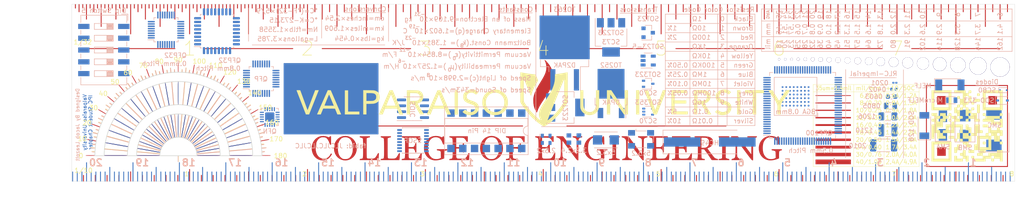
<source format=kicad_pcb>
(kicad_pcb (version 20221018) (generator pcbnew)
  (layers (0 "F.Cu" signal) (31 "B.Cu" signal) (34 "B.Paste" user) (35 "F.Paste" user) (36 "B.SilkS" user "B.Silkscreen") (37 "F.SilkS" user "F.Silkscreen") (38 "B.Mask" user) (39 "F.Mask" user) (44 "Edge.Cuts" user))
  (net 0 "")
  (footprint "PCB_Ruler_6_8:Logo_FP" (layer "F.Cu") (at 152.4 82.6)
    (fp_text reference "G***" hide)
    (fp_text value "LOGO" hide)
  )
  (footprint "PCB_Ruler_6_8:Flame_FP" (layer "F.Cu") (at 152.4 82.725)
    (fp_text reference "G***" hide)
    (fp_text value "LOGO" hide)
  )
  (footprint "PCB_Ruler_6_8:Flame_FP" (layer "F.Cu") (at 152.4 82.725)
    (fp_text reference "G***" hide)
    (fp_text value "LOGO" hide)
  )
  (footprint "Valpo-PCB-Ruler-FP:COE_FP" (layer "F.Cu") (at 153 94.6)
    (fp_text reference "G***" hide)
    (fp_text value "LOGO" hide)
  )
  (footprint "Valpo-PCB-Ruler-FP:COE_FP" (layer "F.Cu") (at 153 94.6)
    (fp_text reference "G***" hide)
    (fp_text value "LOGO" hide)
  )
  (footprint "Valpo-PCB-Ruler-FP:10_Deg_FP" (layer "F.Cu") (at 73.7935 96.108)
    (fp_text reference "G***" hide)
    (fp_text value "LOGO" hide)
  )
  (footprint "Valpo-PCB-Ruler-FP:Rest_Deg_FP" (layer "F.Cu") (at 73.7935 96.108)
    (fp_text reference "G***" hide)
    (fp_text value "LOGO" hide)
  )
  (footprint "Valpo-PCB-Ruler-FP:10_Deg_FP" (layer "F.Cu") (at 73.7935 96.108)
    (fp_text reference "G***" hide)
    (fp_text value "LOGO" hide)
  )
  (footprint "Valpo-PCB-Ruler-FP:QR_Base_FP" (layer "F.Cu") (at 243.58125 89.72375)
    (fp_text reference "G***" hide)
    (fp_text value "LOGO" hide)
  )
  (footprint "Valpo-PCB-Ruler-FP:QR_Dots_FP" (layer "F.Cu") (at 243.58125 89.72375)
    (fp_text reference "G***" hide)
    (fp_text value "LOGO" hide)
  )
  (footprint "Valpo-PCB-Ruler-FP:QR_Dots_FP" (layer "F.Cu") (at 243.58125 89.72375)
    (fp_text reference "G***" hide)
    (fp_text value "LOGO" hide)
  )
  (footprint "Valpo-PCB-Ruler-FP:10_Deg_FP" (layer "F.Cu") (at 73.7935 96.108)
    (fp_text reference "G***" hide)
    (fp_text value "LOGO" hide)
  )
  (footprint "Resistor_SMD:R_0201_0603Metric" (layer "B.Cu") (at 228.147388 80.38523)
    (fp_text reference "0201")
    (fp_text value "R_0201_0603Metric")
  )
  (footprint "Resistor_SMD:R_0402_1005Metric" (layer "B.Cu") (at 227.930182 81.774296)
    (fp_text reference "0402")
    (fp_text value "R_0402_1005Metric")
  )
  (footprint "Resistor_SMD:R_0603_1608Metric" (layer "B.Cu") (at 227.43893 83.368)
    (fp_text reference "0603")
    (fp_text value "R_0603_1608Metric")
  )
  (footprint "Resistor_SMD:R_0805_2012Metric" (layer "B.Cu") (at 227.192054 85.368)
    (fp_text reference "0805")
    (fp_text value "R_0805_2012Metric")
  )
  (footprint "Resistor_SMD:R_1206_3216Metric" (layer "B.Cu") (at 226.662364 87.618)
    (fp_text reference "1206")
    (fp_text value "R_1206_3216Metric")
  )
  (footprint "Resistor_SMD:R_1210_3225Metric" (layer "B.Cu") (at 226.662364 90.618)
    (fp_text reference "1210")
    (fp_text value "R_1210_3225Metric")
  )
  (footprint "Resistor_SMD:R_2010_5025Metric" (layer "B.Cu") (at 225.726422 93.868)
    (fp_text reference "2010")
    (fp_text value "R_2010_5025Metric")
  )
  (footprint "Package_TO_SOT_SMD:SOT-23" (layer "B.Cu") (at 175 69.6)
    (fp_text reference "SOT23")
    (fp_text value "SOT-23")
  )
  (footprint "Package_TO_SOT_SMD:SOT-23-5" (layer "B.Cu") (at 175 75.6)
    (fp_text reference "SOT23-5")
    (fp_text value "SOT-23-5")
  )
  (footprint "Package_TO_SOT_SMD:SOT-323_SC-70" (layer "B.Cu") (at 175 80.6)
    (fp_text reference "SOT323")
    (fp_text value "SOT-323_SC-70")
  )
  (footprint "Package_TO_SOT_SMD:SOT-223" (layer "B.Cu") (at 167 70.6 -90)
    (fp_text reference "SOT223")
    (fp_text value "SOT-223")
  )
  (footprint "Package_TO_SOT_SMD:TO-252-2" (layer "B.Cu") (at 167 82.7 90)
    (fp_text reference "TO252")
    (fp_text value "TO-252-2")
  )
  (footprint "Package_TO_SOT_SMD:SOT-353_SC-70-5" (layer "B.Cu") (at 175 86.6)
    (fp_text reference "SOT353")
    (fp_text value "SOT-353_SC-70-5")
  )
  (footprint "Package_TO_SOT_SMD:TO-263-2" (layer "B.Cu") (at 157 73.975 90)
    (fp_text reference "TO263")
    (fp_text value "TO-263-2")
  )
  (footprint "Diode_SMD:D_SC-80" (layer "B.Cu") (at 251.5235 81.9785)
    (fp_text reference "SC80")
    (fp_text value "D_SC-80")
  )
  (footprint "Diode_SMD:D_MELF" (layer "B.Cu") (at 240 81.026)
    (fp_text reference "MELF")
    (fp_text value "D_MELF")
  )
  (footprint "Diode_SMD:D_MicroMELF" (layer "B.Cu") (at 240.411 84.1375)
    (fp_text reference "MicroMELF")
    (fp_text value "D_MicroMELF")
  )
  (footprint "Diode_SMD:D_SMA" (layer "B.Cu") (at 238.506 89.6 90)
    (fp_text reference "SMA")
    (fp_text value "D_SMA")
  )
  (footprint "Diode_SMD:D_SMB" (layer "B.Cu") (at 243.2685 89.6 90)
    (fp_text reference "SMB")
    (fp_text value "D_SMB")
  )
  (footprint "Diode_SMD:D_SOD-323" (layer "B.Cu") (at 251.333 84.201)
    (fp_text reference "SOD 323")
    (fp_text value "D_SOD-323")
  )
  (footprint "Diode_SMD:D_SOD-128" (layer "B.Cu") (at 234.5055 89.6 90)
    (fp_text reference "SOD 128")
    (fp_text value "D_SOD-128")
  )
  (footprint "Diode_SMD:D_SMC" (layer "B.Cu") (at 249.4915 90.4875 90)
    (fp_text reference "SMC")
    (fp_text value "D_SMC")
  )
  (footprint "Package_TO_SOT_SMD:SOT-223" (layer "B.Cu") (at 157.1285 85.71)
    (fp_text reference "SOT223")
    (fp_text value "SOT-223")
  )
  (footprint "Package_QFP:LQFP-100_14x14mm_P0.5mm" (layer "B.Cu") (at 208.28 85.2805)
    (fp_text reference "QPF100")
    (fp_text value "LQFP-100_14x14mm_P0.5mm")
  )
  (footprint "Crystal:Crystal_SMD_HC49-SD_HandSoldering" (layer "B.Cu") (at 188.2685 93.1395)
    (fp_text reference "HC49")
    (fp_text value "Crystal_SMD_HC49-SD_HandSoldering")
  )
  (footprint "Package_SO:SSOP-16_4.4x5.2mm_P0.65mm" (layer "B.Cu") (at 124.333 92.837 180)
    (fp_text reference "SSOP")
    (fp_text value "SSOP-16_4.4x5.2mm_P0.65mm")
  )
  (footprint "Package_DFN_QFN:QFN-20-1EP_3.5x3.5mm_P0.5mm_EP2x2mm" (layer "B.Cu") (at 93.463 87.757)
    (fp_text reference "QFN")
    (fp_text value "QFN-20-1EP_3.5x3.5mm_P0.5mm_EP2x2mm")
  )
  (footprint "Crystal:Crystal_SMD_Qantek_QC5CB-2Pin_5x3.2mm" (layer "B.Cu") (at 165.8945 92.695)
    (fp_text reference "5x3.2")
    (fp_text value "Crystal_SMD_Qantek_QC5CB-2Pin_5x3.2mm")
  )
  (footprint "Oscillator:Oscillator_SMD_Fordahl_DFAS15-4Pin_5.0x3.2mm" (layer "B.Cu") (at 173.473 92.568)
    (fp_text reference "5x3.2")
    (fp_text value "Oscillator_SMD_Fordahl_DFAS15-4Pin_5.0x3.2mm")
  )
  (footprint "Oscillator:Oscillator_SMD_EuroQuartz_XO32-4Pin_3.2x2.5mm" (layer "B.Cu") (at 158.995 92.5045)
    (fp_text reference "3.2x2.4")
    (fp_text value "Oscillator_SMD_EuroQuartz_XO32-4Pin_3.2x2.5mm")
  )
  (footprint "Oscillator:Oscillator_SMD_Abracon_ASDMB-4Pin_2.5x2.0mm" (layer "B.Cu") (at 153.026 92.568)
    (fp_text reference "2.5x2")
    (fp_text value "Oscillator_SMD_Abracon_ASDMB-4Pin_2.5x2.0mm")
  )
  (footprint "Package_QFP:LQFP-32_5x5mm_P0.5mm" (layer "B.Cu") (at 91.6305 79.502)
    (fp_text reference "QFP")
    (fp_text value "LQFP-32_5x5mm_P0.5mm")
  )
  (footprint "Package_SO:SOIC-8_3.9x4.9mm_P1.27mm" (layer "B.Cu") (at 124.333 85.979)
    (fp_text reference "SOIC")
    (fp_text value "SOIC-8_3.9x4.9mm_P1.27mm")
  )
  (footprint "Button_Switch_SMD:SW_DIP_SPSTx05_Slide_9.78x14.88mm_W8.61mm_P2.54mm" (layer "B.Cu") (at 57.7125 73.3275 180)
    (fp_text reference "Dip Switch 5")
    (fp_text value "SW_DIP_SPSTx05_Slide_9.78x14.88mm_W8.61mm_P2.54mm")
  )
  (footprint "Package_QFP:LQFP-32_7x7mm_P0.8mm" (layer "B.Cu") (at 82.1055 69.2785)
    (fp_text reference "QFP32")
    (fp_text value "LQFP-32_7x7mm_P0.8mm")
  )
  (footprint "Package_QFP:LQFP-32_5x5mm_P0.5mm" (layer "B.Cu") (at 71.12 68.961)
    (fp_text reference "QFP32")
    (fp_text value "LQFP-32_5x5mm_P0.5mm")
  )
  (footprint "Package_DIP:DIP-14_W7.62mm_SMDSocket_SmallPads" (layer "B.Cu") (at 140.1355 90.7265 90)
    (fp_text reference "DIP 14 Pin")
    (fp_text value "DIP-14_W7.62mm_SMDSocket_SmallPads")
  )
  (footprint "Valpo-PCB-Ruler-FP:10_Deg_FP" (layer "B.Cu") (at 73.66 96.139 180)
    (fp_text reference "G***" hide)
    (fp_text value "LOGO" hide)
  )
  (footprint "Valpo-PCB-Ruler-FP:Rest_Deg_FP" (layer "B.Cu") (at 73.7235 96.139 180)
    (fp_text reference "G***" hide)
    (fp_text value "LOGO" hide)
  )
  (footprint "Package_BGA:BGA-48_8.0x9.0mm_Layout6x8_P0.8mm" (layer "B.Cu") (at 206.756 83.312 90)
    (fp_text reference "BGA 0.8mm")
    (fp_text value "BGA-48_8.0x9.0mm_Layout6x8_P0.8mm")
  )
  (gr_line (start 234.95 80.9625) (end 234.95 98.425) (stroke (width 0.2)) (layer "F.Cu"))
  (gr_line (start 234.95 98.425) (end 252.4125 98.425) (stroke (width 0.2)) (layer "F.Cu"))
  (gr_line (start 252.4125 80.9625) (end 234.95 80.9625) (stroke (width 0.2)) (layer "F.Cu"))
  (gr_line (start 252.4125 98.425) (end 252.4125 80.9625) (stroke (width 0.2)) (layer "F.Cu"))
  (gr_line (start 51.59375 64.29375) (end 51.59375 63.5) (stroke (width 0.2)) (layer "F.Cu"))
  (gr_line (start 52.3875 65.0875) (end 52.3875 63.5) (stroke (width 0.2)) (layer "F.Cu"))
  (gr_line (start 62.70625 64.29375) (end 62.70625 63.5) (stroke (width 0.2)) (layer "F.Cu"))
  (gr_line (start 61.9125 65.0875) (end 61.9125 63.5) (stroke (width 0.2)) (layer "F.Cu"))
  (gr_line (start 53.975 66.675) (end 53.975 63.5) (stroke (width 0.2)) (layer "F.Cu"))
  (gr_line (start 57.15 68.2625) (end 57.15 63.5) (stroke (width 0.2)) (layer "F.Cu"))
  (gr_line (start 60.325 66.675) (end 60.325 63.5) (stroke (width 0.2)) (layer "F.Cu"))
  (gr_line (start 63.5 69.85) (end 63.5 63.5) (stroke (width 0.2)) (layer "F.Cu"))
  (gr_line (start 89.69375 64.29375) (end 89.69375 63.5) (stroke (width 0.2)) (layer "F.Cu"))
  (gr_line (start 98.425 66.675) (end 98.425 63.5) (stroke (width 0.2)) (layer "F.Cu"))
  (gr_line (start 92.075 66.675) (end 92.075 63.5) (stroke (width 0.2)) (layer "F.Cu"))
  (gr_line (start 99.21875 64.29375) (end 99.21875 63.5) (stroke (width 0.2)) (layer "F.Cu"))
  (gr_line (start 97.63125 64.29375) (end 97.63125 63.5) (stroke (width 0.2)) (layer "F.Cu"))
  (gr_line (start 100.80625 64.29375) (end 100.80625 63.5) (stroke (width 0.2)) (layer "F.Cu"))
  (gr_line (start 91.28125 64.29375) (end 91.28125 63.5) (stroke (width 0.2)) (layer "F.Cu"))
  (gr_line (start 95.25 68.2625) (end 95.25 63.5) (stroke (width 0.2)) (layer "F.Cu"))
  (gr_line (start 96.04375 64.29375) (end 96.04375 63.5) (stroke (width 0.2)) (layer "F.Cu"))
  (gr_line (start 90.4875 65.0875) (end 90.4875 63.5) (stroke (width 0.2)) (layer "F.Cu"))
  (gr_line (start 96.8375 65.0875) (end 96.8375 63.5) (stroke (width 0.2)) (layer "F.Cu"))
  (gr_line (start 93.6625 65.0875) (end 93.6625 63.5) (stroke (width 0.2)) (layer "F.Cu"))
  (gr_line (start 92.86875 64.29375) (end 92.86875 63.5) (stroke (width 0.2)) (layer "F.Cu"))
  (gr_line (start 101.6 69.85) (end 101.6 63.5) (stroke (width 0.2)) (layer "F.Cu"))
  (gr_line (start 94.45625 64.29375) (end 94.45625 63.5) (stroke (width 0.2)) (layer "F.Cu"))
  (gr_line (start 100.0125 65.0875) (end 100.0125 63.5) (stroke (width 0.2)) (layer "F.Cu"))
  (gr_line (start 238.125 66.675) (end 238.125 63.5) (stroke (width 0.2)) (layer "F.Cu"))
  (gr_line (start 231.775 66.675) (end 231.775 63.5) (stroke (width 0.2)) (layer "F.Cu"))
  (gr_line (start 234.95 68.2625) (end 234.95 63.5) (stroke (width 0.2)) (layer "F.Cu"))
  (gr_line (start 236.5375 65.0875) (end 236.5375 63.5) (stroke (width 0.2)) (layer "F.Cu"))
  (gr_line (start 233.3625 65.0875) (end 233.3625 63.5) (stroke (width 0.2)) (layer "F.Cu"))
  (gr_line (start 249.2375 65.0875) (end 249.2375 63.5) (stroke (width 0.2)) (layer "F.Cu"))
  (gr_line (start 239.7125 65.0875) (end 239.7125 63.5) (stroke (width 0.2)) (layer "F.Cu"))
  (gr_line (start 247.65 68.2625) (end 247.65 63.5) (stroke (width 0.2)) (layer "F.Cu"))
  (gr_line (start 246.0625 65.0875) (end 246.0625 63.5) (stroke (width 0.2)) (layer "F.Cu"))
  (gr_line (start 230.1875 65.0875) (end 230.1875 63.5) (stroke (width 0.2)) (layer "F.Cu"))
  (gr_line (start 242.8875 65.0875) (end 242.8875 63.5) (stroke (width 0.2)) (layer "F.Cu"))
  (gr_line (start 244.475 66.675) (end 244.475 63.5) (stroke (width 0.2)) (layer "F.Cu"))
  (gr_line (start 252.4125 65.0875) (end 252.4125 63.5) (stroke (width 0.2)) (layer "F.Cu"))
  (gr_line (start 241.3 69.85) (end 241.3 63.5) (stroke (width 0.2)) (layer "F.Cu"))
  (gr_line (start 250.825 66.675) (end 250.825 63.5) (stroke (width 0.2)) (layer "F.Cu"))
  (gr_line (start 228.6 69.85) (end 228.6 63.5) (stroke (width 0.2)) (layer "F.Cu"))
  (gr_line (start 53.34 101.6) (end 53.34 100.33) (stroke (width 0.2)) (layer "F.Cu"))
  (gr_line (start 76.2 101.6) (end 76.2 99.06) (stroke (width 0.2)) (layer "F.Cu"))
  (gr_line (start 243.84 101.6) (end 243.84 100.33) (stroke (width 0.2)) (layer "F.Cu"))
  (gr_line (start 248.92 101.6) (end 248.92 100.33) (stroke (width 0.2)) (layer "F.Cu"))
  (gr_line (start 228.6 101.6) (end 228.6 99.06) (stroke (width 0.2)) (layer "F.Cu"))
  (gr_line (start 236.22 101.6) (end 236.22 100.33) (stroke (width 0.2)) (layer "F.Cu"))
  (gr_line (start 238.76 101.6) (end 238.76 100.33) (stroke (width 0.2)) (layer "F.Cu"))
  (gr_line (start 251.46 101.6) (end 251.46 100.33) (stroke (width 0.2)) (layer "F.Cu"))
  (gr_line (start 233.68 101.6) (end 233.68 100.33) (stroke (width 0.2)) (layer "F.Cu"))
  (gr_line (start 241.3 101.6) (end 241.3 99.568) (stroke (width 0.2)) (layer "F.Cu"))
  (gr_line (start 246.38 101.6) (end 246.38 100.33) (stroke (width 0.2)) (layer "F.Cu"))
  (gr_line (start 231.14 101.6) (end 231.14 100.33) (stroke (width 0.2)) (layer "F.Cu"))
  (gr_line (start 73.025 73.025) (end 53.975 73.025) (stroke (width 0.2)) (layer "F.Cu"))
  (gr_line (start 250.825 73.025) (end 231.775 73.025) (stroke (width 0.2)) (layer "F.Cu"))
  (gr_line (start 147.955 89.69375) (end 112.395 89.69375) (stroke (width 0.2)) (layer "F.Cu"))
  (gr_line (start 104.775 66.675) (end 104.775 63.5) (stroke (width 0.2)) (layer "F.Cu"))
  (gr_line (start 114.3 69.85) (end 114.3 63.5) (stroke (width 0.2)) (layer "F.Cu"))
  (gr_line (start 211.1375 65.0875) (end 211.1375 63.5) (stroke (width 0.2)) (layer "F.Cu"))
  (gr_line (start 149.225 66.675) (end 149.225 63.5) (stroke (width 0.2)) (layer "F.Cu"))
  (gr_line (start 139.7 69.85) (end 139.7 63.5) (stroke (width 0.2)) (layer "F.Cu"))
  (gr_line (start 123.825 73.025) (end 104.775 73.025) (stroke (width 0.2)) (layer "F.Cu"))
  (gr_line (start 142.24 101.6) (end 142.24 100.33) (stroke (width 0.2)) (layer "F.Cu"))
  (gr_line (start 152.4 69.85) (end 152.4 63.5) (stroke (width 0.2)) (layer "F.Cu"))
  (gr_line (start 147.6375 65.0875) (end 147.6375 63.5) (stroke (width 0.2)) (layer "F.Cu"))
  (gr_line (start 209.55 68.2625) (end 209.55 63.5) (stroke (width 0.2)) (layer "F.Cu"))
  (gr_line (start 138.1125 65.0875) (end 138.1125 63.5) (stroke (width 0.2)) (layer "F.Cu"))
  (gr_line (start 75.40625 64.29375) (end 75.40625 63.5) (stroke (width 0.2)) (layer "F.Cu"))
  (gr_line (start 195.2625 65.0875) (end 195.2625 63.5) (stroke (width 0.2)) (layer "F.Cu"))
  (gr_line (start 64.29375 64.29375) (end 64.29375 63.5) (stroke (width 0.2)) (layer "F.Cu"))
  (gr_line (start 152.4 101.6) (end 152.4 99.06) (stroke (width 0.2)) (layer "F.Cu"))
  (gr_line (start 83.82 101.6) (end 83.82 100.33) (stroke (width 0.2)) (layer "F.Cu"))
  (gr_line (start 72.23125 64.29375) (end 72.23125 63.5) (stroke (width 0.2)) (layer "F.Cu"))
  (gr_line (start 81.75625 64.29375) (end 81.75625 63.5) (stroke (width 0.2)) (layer "F.Cu"))
  (gr_line (start 226.06 101.6) (end 226.06 100.33) (stroke (width 0.2)) (layer "F.Cu"))
  (gr_line (start 170.18 101.6) (end 170.18 100.33) (stroke (width 0.2)) (layer "F.Cu"))
  (gr_line (start 58.42 101.6) (end 58.42 100.33) (stroke (width 0.2)) (layer "F.Cu"))
  (gr_line (start 66.675 66.675) (end 66.675 63.5) (stroke (width 0.2)) (layer "F.Cu"))
  (gr_line (start 119.0625 65.0875) (end 119.0625 63.5) (stroke (width 0.2)) (layer "F.Cu"))
  (gr_line (start 121.92 101.6) (end 121.92 100.33) (stroke (width 0.2)) (layer "F.Cu"))
  (gr_line (start 73.025 66.675) (end 73.025 63.5) (stroke (width 0.2)) (layer "F.Cu"))
  (gr_line (start 155.575 66.675) (end 155.575 63.5) (stroke (width 0.2)) (layer "F.Cu"))
  (gr_line (start 177.8 101.6) (end 177.8 99.06) (stroke (width 0.2)) (layer "F.Cu"))
  (gr_line (start 125.4125 65.0875) (end 125.4125 63.5) (stroke (width 0.2)) (layer "F.Cu"))
  (gr_line (start 198.4375 65.0875) (end 198.4375 63.5) (stroke (width 0.2)) (layer "F.Cu"))
  (gr_line (start 106.68 101.6) (end 106.68 100.33) (stroke (width 0.2)) (layer "F.Cu"))
  (gr_line (start 80.9625 65.0875) (end 80.9625 63.5) (stroke (width 0.2)) (layer "F.Cu"))
  (gr_line (start 71.12 101.6) (end 71.12 100.33) (stroke (width 0.2)) (layer "F.Cu"))
  (gr_poly (pts (xy 218.678121 97.937688) (xy 211.058121 97.937688) (xy 211.058121 96.921688) (xy 218.678121 96.921688)) (fill solid) (layer "F.Cu"))
  (gr_line (start 146.05 68.2625) (end 146.05 63.5) (stroke (width 0.2)) (layer "F.Cu"))
  (gr_line (start 86.51875 64.29375) (end 86.51875 63.5) (stroke (width 0.2)) (layer "F.Cu"))
  (gr_line (start 74.6125 65.0875) (end 74.6125 63.5) (stroke (width 0.2)) (layer "F.Cu"))
  (gr_line (start 176.2125 65.0875) (end 176.2125 63.5) (stroke (width 0.2)) (layer "F.Cu"))
  (gr_poly (pts (xy 218.678121 88.057088) (xy 211.058121 88.057088) (xy 211.058121 87.752288) (xy 218.678121 87.752288)) (fill solid) (layer "F.Cu"))
  (gr_line (start 91.44 101.6) (end 91.44 100.33) (stroke (width 0.2)) (layer "F.Cu"))
  (gr_line (start 120.65 68.2625) (end 120.65 63.5) (stroke (width 0.2)) (layer "F.Cu"))
  (gr_line (start 127 69.85) (end 127 63.5) (stroke (width 0.2)) (layer "F.Cu"))
  (gr_line (start 191.77 89.69375) (end 157.48 89.69375) (stroke (width 0.2)) (layer "F.Cu"))
  (gr_line (start 88.10625 64.29375) (end 88.10625 63.5) (stroke (width 0.2)) (layer "F.Cu"))
  (gr_line (start 182.88 101.6) (end 182.88 100.33) (stroke (width 0.2)) (layer "F.Cu"))
  (gr_line (start 195.58 101.6) (end 195.58 100.33) (stroke (width 0.2)) (layer "F.Cu"))
  (gr_poly (pts (xy 218.678121 94.559488) (xy 211.058121 94.559488) (xy 211.058121 93.949888) (xy 218.678121 93.949888)) (fill solid) (layer "F.Cu"))
  (gr_line (start 157.48 101.6) (end 157.48 100.33) (stroke (width 0.2)) (layer "F.Cu"))
  (gr_line (start 157.1625 65.0875) (end 157.1625 63.5) (stroke (width 0.2)) (layer "F.Cu"))
  (gr_line (start 139.7 101.6) (end 139.7 99.568) (stroke (width 0.2)) (layer "F.Cu"))
  (gr_line (start 200.025 73.025) (end 180.975 73.025) (stroke (width 0.2)) (layer "F.Cu"))
  (gr_line (start 198.12 101.6) (end 198.12 100.33) (stroke (width 0.2)) (layer "F.Cu"))
  (gr_line (start 174.625 66.675) (end 174.625 63.5) (stroke (width 0.2)) (layer "F.Cu"))
  (gr_line (start 201.6125 65.0875) (end 201.6125 63.5) (stroke (width 0.2)) (layer "F.Cu"))
  (gr_line (start 223.52 101.6) (end 223.52 100.33) (stroke (width 0.2)) (layer "F.Cu"))
  (gr_line (start 109.5375 65.0875) (end 109.5375 63.5) (stroke (width 0.2)) (layer "F.Cu"))
  (gr_line (start 208.28 101.6) (end 208.28 100.33) (stroke (width 0.2)) (layer "F.Cu"))
  (gr_line (start 149.225 73.025) (end 130.175 73.025) (stroke (width 0.2)) (layer "F.Cu"))
  (gr_line (start 116.84 101.6) (end 116.84 100.33) (stroke (width 0.2)) (layer "F.Cu"))
  (gr_line (start 53.18125 64.29375) (end 53.18125 63.5) (stroke (width 0.2)) (layer "F.Cu"))
  (gr_line (start 137.16 101.6) (end 137.16 100.33) (stroke (width 0.2)) (layer "F.Cu"))
  (gr_line (start 153.9875 65.0875) (end 153.9875 63.5) (stroke (width 0.2)) (layer "F.Cu"))
  (gr_line (start 123.825 66.675) (end 123.825 63.5) (stroke (width 0.2)) (layer "F.Cu"))
  (gr_line (start 93.98 101.6) (end 93.98 100.33) (stroke (width 0.2)) (layer "F.Cu"))
  (gr_line (start 88.9 69.85) (end 88.9 63.5) (stroke (width 0.2)) (layer "F.Cu"))
  (gr_line (start 180.34 101.6) (end 180.34 100.33) (stroke (width 0.2)) (layer "F.Cu"))
  (gr_line (start 225.425 66.675) (end 225.425 63.5) (stroke (width 0.2)) (layer "F.Cu"))
  (gr_line (start 56.35625 64.29375) (end 56.35625 63.5) (stroke (width 0.2)) (layer "F.Cu"))
  (gr_line (start 117.475 66.675) (end 117.475 63.5) (stroke (width 0.2)) (layer "F.Cu"))
  (gr_line (start 78.74 101.6) (end 78.74 100.33) (stroke (width 0.2)) (layer "F.Cu"))
  (gr_line (start 218.44 101.6) (end 218.44 100.33) (stroke (width 0.2)) (layer "F.Cu"))
  (gr_line (start 187.325 66.675) (end 187.325 63.5) (stroke (width 0.2)) (layer "F.Cu"))
  (gr_line (start 222.25 68.2625) (end 222.25 63.5) (stroke (width 0.2)) (layer "F.Cu"))
  (gr_line (start 149.86 101.6) (end 149.86 100.33) (stroke (width 0.2)) (layer "F.Cu"))
  (gr_line (start 154.94 101.6) (end 154.94 100.33) (stroke (width 0.2)) (layer "F.Cu"))
  (gr_line (start 76.99375 64.29375) (end 76.99375 63.5) (stroke (width 0.2)) (layer "F.Cu"))
  (gr_line (start 206.375 66.675) (end 206.375 63.5) (stroke (width 0.2)) (layer "F.Cu"))
  (gr_line (start 101.6 101.6) (end 101.6 99.06) (stroke (width 0.2)) (layer "F.Cu"))
  (gr_line (start 76.2 69.85) (end 76.2 63.5) (stroke (width 0.2)) (layer "F.Cu"))
  (gr_line (start 82.55 68.2625) (end 82.55 63.5) (stroke (width 0.2)) (layer "F.Cu"))
  (gr_line (start 215.9 101.6) (end 215.9 99.568) (stroke (width 0.2)) (layer "F.Cu"))
  (gr_line (start 188.9125 65.0875) (end 188.9125 63.5) (stroke (width 0.2)) (layer "F.Cu"))
  (gr_line (start 131.7625 65.0875) (end 131.7625 63.5) (stroke (width 0.2)) (layer "F.Cu"))
  (gr_line (start 168.275 66.675) (end 168.275 63.5) (stroke (width 0.2)) (layer "F.Cu"))
  (gr_line (start 162.56 101.6) (end 162.56 100.33) (stroke (width 0.2)) (layer "F.Cu"))
  (gr_poly (pts (xy 218.678121 84.831288) (xy 211.058121 84.831288) (xy 211.058121 84.628088) (xy 218.678121 84.628088)) (fill solid) (layer "F.Cu"))
  (gr_line (start 119.38 101.6) (end 119.38 100.33) (stroke (width 0.2)) (layer "F.Cu"))
  (gr_line (start 212.725 66.675) (end 212.725 63.5) (stroke (width 0.2)) (layer "F.Cu"))
  (gr_line (start 69.85 68.2625) (end 69.85 63.5) (stroke (width 0.2)) (layer "F.Cu"))
  (gr_line (start 55.5625 65.0875) (end 55.5625 63.5) (stroke (width 0.2)) (layer "F.Cu"))
  (gr_line (start 172.72 101.6) (end 172.72 100.33) (stroke (width 0.2)) (layer "F.Cu"))
  (gr_line (start 96.52 101.6) (end 96.52 100.33) (stroke (width 0.2)) (layer "F.Cu"))
  (gr_line (start 65.88125 64.29375) (end 65.88125 63.5) (stroke (width 0.2)) (layer "F.Cu"))
  (gr_line (start 220.6625 65.0875) (end 220.6625 63.5) (stroke (width 0.2)) (layer "F.Cu"))
  (gr_line (start 193.675 66.675) (end 193.675 63.5) (stroke (width 0.2)) (layer "F.Cu"))
  (gr_line (start 77.7875 65.0875) (end 77.7875 63.5) (stroke (width 0.2)) (layer "F.Cu"))
  (gr_line (start 99.06 101.6) (end 99.06 100.33) (stroke (width 0.2)) (layer "F.Cu"))
  (gr_line (start 65.0875 65.0875) (end 65.0875 63.5) (stroke (width 0.2)) (layer "F.Cu"))
  (gr_line (start 61.11875 64.29375) (end 61.11875 63.5) (stroke (width 0.2)) (layer "F.Cu"))
  (gr_line (start 85.725 66.675) (end 85.725 63.5) (stroke (width 0.2)) (layer "F.Cu"))
  (gr_line (start 214.3125 65.0875) (end 214.3125 63.5) (stroke (width 0.2)) (layer "F.Cu"))
  (gr_line (start 136.525 66.675) (end 136.525 63.5) (stroke (width 0.2)) (layer "F.Cu"))
  (gr_line (start 167.64 101.6) (end 167.64 100.33) (stroke (width 0.2)) (layer "F.Cu"))
  (gr_line (start 196.85 68.2625) (end 196.85 63.5) (stroke (width 0.2)) (layer "F.Cu"))
  (gr_poly (pts (xy 218.678121 86.444188) (xy 211.058121 86.444188) (xy 211.058121 86.190188) (xy 218.678121 86.190188)) (fill solid) (layer "F.Cu"))
  (gr_line (start 220.98 101.6) (end 220.98 100.33) (stroke (width 0.2)) (layer "F.Cu"))
  (gr_line (start 88.9 101.6) (end 88.9 99.568) (stroke (width 0.2)) (layer "F.Cu"))
  (gr_line (start 200.66 101.6) (end 200.66 100.33) (stroke (width 0.2)) (layer "F.Cu"))
  (gr_line (start 112.7125 65.0875) (end 112.7125 63.5) (stroke (width 0.2)) (layer "F.Cu"))
  (gr_line (start 174.625 73.025) (end 155.575 73.025) (stroke (width 0.2)) (layer "F.Cu"))
  (gr_line (start 169.8625 65.0875) (end 169.8625 63.5) (stroke (width 0.2)) (layer "F.Cu"))
  (gr_line (start 106.3625 65.0875) (end 106.3625 63.5) (stroke (width 0.2)) (layer "F.Cu"))
  (gr_line (start 192.0875 65.0875) (end 192.0875 63.5) (stroke (width 0.2)) (layer "F.Cu"))
  (gr_line (start 98.425 73.025) (end 79.375 73.025) (stroke (width 0.2)) (layer "F.Cu"))
  (gr_line (start 129.54 101.6) (end 129.54 100.33) (stroke (width 0.2)) (layer "F.Cu"))
  (gr_line (start 193.04 101.6) (end 193.04 100.33) (stroke (width 0.2)) (layer "F.Cu"))
  (gr_line (start 160.3375 65.0875) (end 160.3375 63.5) (stroke (width 0.2)) (layer "F.Cu"))
  (gr_line (start 180.975 66.675) (end 180.975 63.5) (stroke (width 0.2)) (layer "F.Cu"))
  (gr_line (start 81.28 101.6) (end 81.28 100.33) (stroke (width 0.2)) (layer "F.Cu"))
  (gr_line (start 210.82 101.6) (end 210.82 100.33) (stroke (width 0.2)) (layer "F.Cu"))
  (gr_line (start 55.88 101.6) (end 55.88 100.33) (stroke (width 0.2)) (layer "F.Cu"))
  (gr_line (start 111.76 101.6) (end 111.76 100.33) (stroke (width 0.2)) (layer "F.Cu"))
  (gr_line (start 84.93125 64.29375) (end 84.93125 63.5) (stroke (width 0.2)) (layer "F.Cu"))
  (gr_poly (pts (xy 218.678121 92.921188) (xy 211.058121 92.921188) (xy 211.058121 92.413188) (xy 218.678121 92.413188)) (fill solid) (layer "F.Cu"))
  (gr_line (start 147.32 101.6) (end 147.32 100.33) (stroke (width 0.2)) (layer "F.Cu"))
  (gr_line (start 115.8875 65.0875) (end 115.8875 63.5) (stroke (width 0.2)) (layer "F.Cu"))
  (gr_line (start 73.66 101.6) (end 73.66 100.33) (stroke (width 0.2)) (layer "F.Cu"))
  (gr_line (start 173.0375 65.0875) (end 173.0375 63.5) (stroke (width 0.2)) (layer "F.Cu"))
  (gr_poly (pts (xy 218.678121 96.223188) (xy 211.058121 96.223188) (xy 211.058121 95.461188) (xy 218.678121 95.461188)) (fill solid) (layer "F.Cu"))
  (gr_line (start 182.5625 65.0875) (end 182.5625 63.5) (stroke (width 0.2)) (layer "F.Cu"))
  (gr_line (start 141.2875 65.0875) (end 141.2875 63.5) (stroke (width 0.2)) (layer "F.Cu"))
  (gr_line (start 215.9 69.85) (end 215.9 63.5) (stroke (width 0.2)) (layer "F.Cu"))
  (gr_line (start 127 101.6) (end 127 99.06) (stroke (width 0.2)) (layer "F.Cu"))
  (gr_line (start 67.46875 64.29375) (end 67.46875 63.5) (stroke (width 0.2)) (layer "F.Cu"))
  (gr_line (start 80.16875 64.29375) (end 80.16875 63.5) (stroke (width 0.2)) (layer "F.Cu"))
  (gr_line (start 175.26 101.6) (end 175.26 100.33) (stroke (width 0.2)) (layer "F.Cu"))
  (gr_line (start 73.81875 64.29375) (end 73.81875 63.5) (stroke (width 0.2)) (layer "F.Cu"))
  (gr_line (start 128.5875 65.0875) (end 128.5875 63.5) (stroke (width 0.2)) (layer "F.Cu"))
  (gr_line (start 54.76875 64.29375) (end 54.76875 63.5) (stroke (width 0.2)) (layer "F.Cu"))
  (gr_line (start 84.1375 65.0875) (end 84.1375 63.5) (stroke (width 0.2)) (layer "F.Cu"))
  (gr_line (start 150.8125 65.0875) (end 150.8125 63.5) (stroke (width 0.2)) (layer "F.Cu"))
  (gr_line (start 87.3125 65.0875) (end 87.3125 63.5) (stroke (width 0.2)) (layer "F.Cu"))
  (gr_line (start 179.3875 65.0875) (end 179.3875 63.5) (stroke (width 0.2)) (layer "F.Cu"))
  (gr_line (start 225.425 73.025) (end 206.375 73.025) (stroke (width 0.2)) (layer "F.Cu"))
  (gr_line (start 86.36 101.6) (end 86.36 100.33) (stroke (width 0.2)) (layer "F.Cu"))
  (gr_line (start 124.46 101.6) (end 124.46 100.33) (stroke (width 0.2)) (layer "F.Cu"))
  (gr_line (start 70.64375 64.29375) (end 70.64375 63.5) (stroke (width 0.2)) (layer "F.Cu"))
  (gr_poly (pts (xy 218.678121 91.308288) (xy 211.058121 91.308288) (xy 211.058121 90.851088) (xy 218.678121 90.851088)) (fill solid) (layer "F.Cu"))
  (gr_line (start 158.75 68.2625) (end 158.75 63.5) (stroke (width 0.2)) (layer "F.Cu"))
  (gr_line (start 69.05625 64.29375) (end 69.05625 63.5) (stroke (width 0.2)) (layer "F.Cu"))
  (gr_line (start 190.5 101.6) (end 190.5 99.568) (stroke (width 0.2)) (layer "F.Cu"))
  (gr_line (start 107.95 68.2625) (end 107.95 63.5) (stroke (width 0.2)) (layer "F.Cu"))
  (gr_line (start 203.2 101.6) (end 203.2 99.06) (stroke (width 0.2)) (layer "F.Cu"))
  (gr_line (start 184.15 68.2625) (end 184.15 63.5) (stroke (width 0.2)) (layer "F.Cu"))
  (gr_poly (pts (xy 218.678121 89.695388) (xy 211.058121 89.695388) (xy 211.058121 89.288988) (xy 218.678121 89.288988)) (fill solid) (layer "F.Cu"))
  (gr_line (start 207.9625 65.0875) (end 207.9625 63.5) (stroke (width 0.2)) (layer "F.Cu"))
  (gr_line (start 104.14 101.6) (end 104.14 100.33) (stroke (width 0.2)) (layer "F.Cu"))
  (gr_line (start 63.5 101.6) (end 63.5 99.568) (stroke (width 0.2)) (layer "F.Cu"))
  (gr_line (start 66.04 101.6) (end 66.04 100.33) (stroke (width 0.2)) (layer "F.Cu"))
  (gr_line (start 58.7375 65.0875) (end 58.7375 63.5) (stroke (width 0.2)) (layer "F.Cu"))
  (gr_line (start 185.42 101.6) (end 185.42 100.33) (stroke (width 0.2)) (layer "F.Cu"))
  (gr_line (start 144.4625 65.0875) (end 144.4625 63.5) (stroke (width 0.2)) (layer "F.Cu"))
  (gr_line (start 223.8375 65.0875) (end 223.8375 63.5) (stroke (width 0.2)) (layer "F.Cu"))
  (gr_poly (pts (xy 218.678121 83.218388) (xy 211.058121 83.218388) (xy 211.058121 83.065988) (xy 218.678121 83.065988)) (fill solid) (layer "F.Cu"))
  (gr_line (start 133.35 68.2625) (end 133.35 63.5) (stroke (width 0.2)) (layer "F.Cu"))
  (gr_line (start 122.2375 65.0875) (end 122.2375 63.5) (stroke (width 0.2)) (layer "F.Cu"))
  (gr_line (start 171.45 68.2625) (end 171.45 63.5) (stroke (width 0.2)) (layer "F.Cu"))
  (gr_line (start 83.34375 64.29375) (end 83.34375 63.5) (stroke (width 0.2)) (layer "F.Cu"))
  (gr_line (start 144.78 101.6) (end 144.78 100.33) (stroke (width 0.2)) (layer "F.Cu"))
  (gr_line (start 165.1 101.6) (end 165.1 99.568) (stroke (width 0.2)) (layer "F.Cu"))
  (gr_line (start 132.08 101.6) (end 132.08 100.33) (stroke (width 0.2)) (layer "F.Cu"))
  (gr_line (start 134.9375 65.0875) (end 134.9375 63.5) (stroke (width 0.2)) (layer "F.Cu"))
  (gr_line (start 68.2625 65.0875) (end 68.2625 63.5) (stroke (width 0.2)) (layer "F.Cu"))
  (gr_line (start 109.22 101.6) (end 109.22 100.33) (stroke (width 0.2)) (layer "F.Cu"))
  (gr_line (start 203.2 69.85) (end 203.2 63.5) (stroke (width 0.2)) (layer "F.Cu"))
  (gr_line (start 161.925 66.675) (end 161.925 63.5) (stroke (width 0.2)) (layer "F.Cu"))
  (gr_line (start 185.7375 65.0875) (end 185.7375 63.5) (stroke (width 0.2)) (layer "F.Cu"))
  (gr_line (start 160.02 101.6) (end 160.02 100.33) (stroke (width 0.2)) (layer "F.Cu"))
  (gr_line (start 163.5125 65.0875) (end 163.5125 63.5) (stroke (width 0.2)) (layer "F.Cu"))
  (gr_line (start 60.96 101.6) (end 60.96 100.33) (stroke (width 0.2)) (layer "F.Cu"))
  (gr_line (start 165.1 69.85) (end 165.1 63.5) (stroke (width 0.2)) (layer "F.Cu"))
  (gr_line (start 130.175 66.675) (end 130.175 63.5) (stroke (width 0.2)) (layer "F.Cu"))
  (gr_line (start 114.3 101.6) (end 114.3 99.568) (stroke (width 0.2)) (layer "F.Cu"))
  (gr_line (start 177.8 69.85) (end 177.8 63.5) (stroke (width 0.2)) (layer "F.Cu"))
  (gr_line (start 78.58125 64.29375) (end 78.58125 63.5) (stroke (width 0.2)) (layer "F.Cu"))
  (gr_line (start 166.6875 65.0875) (end 166.6875 63.5) (stroke (width 0.2)) (layer "F.Cu"))
  (gr_line (start 227.0125 65.0875) (end 227.0125 63.5) (stroke (width 0.2)) (layer "F.Cu"))
  (gr_line (start 205.74 101.6) (end 205.74 100.33) (stroke (width 0.2)) (layer "F.Cu"))
  (gr_line (start 71.4375 65.0875) (end 71.4375 63.5) (stroke (width 0.2)) (layer "F.Cu"))
  (gr_line (start 68.58 101.6) (end 68.58 100.33) (stroke (width 0.2)) (layer "F.Cu"))
  (gr_line (start 200.025 66.675) (end 200.025 63.5) (stroke (width 0.2)) (layer "F.Cu"))
  (gr_line (start 217.4875 65.0875) (end 217.4875 63.5) (stroke (width 0.2)) (layer "F.Cu"))
  (gr_line (start 187.96 101.6) (end 187.96 100.33) (stroke (width 0.2)) (layer "F.Cu"))
  (gr_line (start 79.375 66.675) (end 79.375 63.5) (stroke (width 0.2)) (layer "F.Cu"))
  (gr_line (start 57.94375 64.29375) (end 57.94375 63.5) (stroke (width 0.2)) (layer "F.Cu"))
  (gr_line (start 204.7875 65.0875) (end 204.7875 63.5) (stroke (width 0.2)) (layer "F.Cu"))
  (gr_line (start 111.125 66.675) (end 111.125 63.5) (stroke (width 0.2)) (layer "F.Cu"))
  (gr_line (start 219.075 66.675) (end 219.075 63.5) (stroke (width 0.2)) (layer "F.Cu"))
  (gr_line (start 190.5 69.85) (end 190.5 63.5) (stroke (width 0.2)) (layer "F.Cu"))
  (gr_line (start 134.62 101.6) (end 134.62 100.33) (stroke (width 0.2)) (layer "F.Cu"))
  (gr_line (start 142.875 66.675) (end 142.875 63.5) (stroke (width 0.2)) (layer "F.Cu"))
  (gr_line (start 213.36 101.6) (end 213.36 100.33) (stroke (width 0.2)) (layer "F.Cu"))
  (gr_line (start 103.1875 65.0875) (end 103.1875 63.5) (stroke (width 0.2)) (layer "F.Cu"))
  (gr_line (start 59.53125 64.29375) (end 59.53125 63.5) (stroke (width 0.2)) (layer "F.Cu"))
  (gr_line (start 244 101.6) (end 244 97.6) (stroke (width 0.2)) (layer "B.Cu"))
  (gr_line (start 249 101.6) (end 249 98.6) (stroke (width 0.2)) (layer "B.Cu"))
  (gr_line (start 253 101.6) (end 253 99.6) (stroke (width 0.2)) (layer "B.Cu"))
  (gr_line (start 245 101.6) (end 245 99.6) (stroke (width 0.2)) (layer "B.Cu"))
  (gr_line (start 59 101.6) (end 59 98.6) (stroke (width 0.2)) (layer "B.Cu"))
  (gr_line (start 56 101.6) (end 56 99.6) (stroke (width 0.2)) (layer "B.Cu"))
  (gr_line (start 53 101.6) (end 53 99.6) (stroke (width 0.2)) (layer "B.Cu"))
  (gr_line (start 58 101.6) (end 58 99.6) (stroke (width 0.2)) (layer "B.Cu"))
  (gr_line (start 54 101.6) (end 54 97.6) (stroke (width 0.2)) (layer "B.Cu"))
  (gr_line (start 52 101.6) (end 52 99.6) (stroke (width 0.2)) (layer "B.Cu"))
  (gr_line (start 51 101.6) (end 51 99.6) (stroke (width 0.2)) (layer "B.Cu"))
  (gr_line (start 60 101.6) (end 60 99.6) (stroke (width 0.2)) (layer "B.Cu"))
  (gr_line (start 55 101.6) (end 55 99.6) (stroke (width 0.2)) (layer "B.Cu"))
  (gr_line (start 57 101.6) (end 57 99.6) (stroke (width 0.2)) (layer "B.Cu"))
  (gr_poly (pts (xy 116.84 91.44) (xy 96.52 91.44) (xy 96.52 76.2) (xy 116.84 76.2)) (stroke (width 0.1)) (fill solid) (layer "B.Cu"))
  (gr_line (start 198 101.6) (end 198 99.6) (stroke (width 0.2)) (layer "B.Cu"))
  (gr_line (start 102 101.6) (end 102 99.6) (stroke (width 0.2)) (layer "B.Cu"))
  (gr_line (start 153 101.6) (end 153 99.6) (stroke (width 0.2)) (layer "B.Cu"))
  (gr_line (start 120 101.6) (end 120 99.6) (stroke (width 0.2)) (layer "B.Cu"))
  (gr_line (start 213 101.6) (end 213 99.6) (stroke (width 0.2)) (layer "B.Cu"))
  (gr_line (start 144 101.6) (end 144 97.6) (stroke (width 0.2)) (layer "B.Cu"))
  (gr_line (start 176 101.6) (end 176 99.6) (stroke (width 0.2)) (layer "B.Cu"))
  (gr_line (start 197 101.6) (end 197 99.6) (stroke (width 0.2)) (layer "B.Cu"))
  (gr_line (start 129 101.6) (end 129 98.6) (stroke (width 0.2)) (layer "B.Cu"))
  (gr_line (start 75 101.6) (end 75 99.6) (stroke (width 0.2)) (layer "B.Cu"))
  (gr_line (start 225 101.6) (end 225 99.6) (stroke (width 0.2)) (layer "B.Cu"))
  (gr_line (start 228 101.6) (end 228 99.6) (stroke (width 0.2)) (layer "B.Cu"))
  (gr_line (start 133 101.6) (end 133 99.6) (stroke (width 0.2)) (layer "B.Cu"))
  (gr_line (start 241 101.6) (end 241 99.6) (stroke (width 0.2)) (layer "B.Cu"))
  (gr_line (start 238 101.6) (end 238 99.6) (stroke (width 0.2)) (layer "B.Cu"))
  (gr_line (start 179 101.6) (end 179 98.6) (stroke (width 0.2)) (layer "B.Cu"))
  (gr_line (start 85 101.6) (end 85 99.6) (stroke (width 0.2)) (layer "B.Cu"))
  (gr_line (start 164 101.6) (end 164 97.6) (stroke (width 0.2)) (layer "B.Cu"))
  (gr_line (start 151 101.6) (end 151 99.6) (stroke (width 0.2)) (layer "B.Cu"))
  (gr_line (start 113 101.6) (end 113 99.6) (stroke (width 0.2)) (layer "B.Cu"))
  (gr_line (start 61 101.6) (end 61 99.6) (stroke (width 0.2)) (layer "B.Cu"))
  (gr_line (start 119 101.6) (end 119 98.6) (stroke (width 0.2)) (layer "B.Cu"))
  (gr_line (start 215 101.6) (end 215 99.6) (stroke (width 0.2)) (layer "B.Cu"))
  (gr_line (start 217 101.6) (end 217 99.6) (stroke (width 0.2)) (layer "B.Cu"))
  (gr_line (start 212 101.6) (end 212 99.6) (stroke (width 0.2)) (layer "B.Cu"))
  (gr_line (start 159 101.6) (end 159 98.6) (stroke (width 0.2)) (layer "B.Cu"))
  (gr_line (start 109 101.6) (end 109 98.6) (stroke (width 0.2)) (layer "B.Cu"))
  (gr_line (start 200 101.6) (end 200 99.6) (stroke (width 0.2)) (layer "B.Cu"))
  (gr_line (start 250 101.6) (end 250 99.6) (stroke (width 0.2)) (layer "B.Cu"))
  (gr_line (start 103 101.6) (end 103 99.6) (stroke (width 0.2)) (layer "B.Cu"))
  (gr_line (start 69 101.6) (end 69 98.6) (stroke (width 0.2)) (layer "B.Cu"))
  (gr_line (start 246 101.6) (end 246 99.6) (stroke (width 0.2)) (layer "B.Cu"))
  (gr_line (start 194 101.6) (end 194 97.6) (stroke (width 0.2)) (layer "B.Cu"))
  (gr_line (start 189 101.6) (end 189 98.6) (stroke (width 0.2)) (layer "B.Cu"))
  (gr_line (start 65 101.6) (end 65 99.6) (stroke (width 0.2)) (layer "B.Cu"))
  (gr_line (start 139 101.6) (end 139 98.6) (stroke (width 0.2)) (layer "B.Cu"))
  (gr_line (start 66 101.6) (end 66 99.6) (stroke (width 0.2)) (layer "B.Cu"))
  (gr_line (start 99 101.6) (end 99 98.6) (stroke (width 0.2)) (layer "B.Cu"))
  (gr_line (start 76 101.6) (end 76 99.6) (stroke (width 0.2)) (layer "B.Cu"))
  (gr_line (start 172 101.6) (end 172 99.6) (stroke (width 0.2)) (layer "B.Cu"))
  (gr_line (start 156 101.6) (end 156 99.6) (stroke (width 0.2)) (layer "B.Cu"))
  (gr_line (start 231 101.6) (end 231 99.6) (stroke (width 0.2)) (layer "B.Cu"))
  (gr_line (start 94 101.6) (end 94 97.6) (stroke (width 0.2)) (layer "B.Cu"))
  (gr_line (start 171 101.6) (end 171 99.6) (stroke (width 0.2)) (layer "B.Cu"))
  (gr_line (start 140 101.6) (end 140 99.6) (stroke (width 0.2)) (layer "B.Cu"))
  (gr_line (start 165 101.6) (end 165 99.6) (stroke (width 0.2)) (layer "B.Cu"))
  (gr_line (start 132 101.6) (end 132 99.6) (stroke (width 0.2)) (layer "B.Cu"))
  (gr_line (start 81 101.6) (end 81 99.6) (stroke (width 0.2)) (layer "B.Cu"))
  (gr_line (start 101 101.6) (end 101 99.6) (stroke (width 0.2)) (layer "B.Cu"))
  (gr_line (start 191 101.6) (end 191 99.6) (stroke (width 0.2)) (layer "B.Cu"))
  (gr_line (start 211 101.6) (end 211 99.6) (stroke (width 0.2)) (layer "B.Cu"))
  (gr_line (start 135 101.6) (end 135 99.6) (stroke (width 0.2)) (layer "B.Cu"))
  (gr_line (start 125 101.6) (end 125 99.6) (stroke (width 0.2)) (layer "B.Cu"))
  (gr_line (start 201 101.6) (end 201 99.6) (stroke (width 0.2)) (layer "B.Cu"))
  (gr_line (start 182 101.6) (end 182 99.6) (stroke (width 0.2)) (layer "B.Cu"))
  (gr_line (start 237 101.6) (end 237 99.6) (stroke (width 0.2)) (layer "B.Cu"))
  (gr_line (start 68 101.6) (end 68 99.6) (stroke (width 0.2)) (layer "B.Cu"))
  (gr_line (start 64 101.6) (end 64 97.6) (stroke (width 0.2)) (layer "B.Cu"))
  (gr_line (start 162 101.6) (end 162 99.6) (stroke (width 0.2)) (layer "B.Cu"))
  (gr_line (start 183 101.6) (end 183 99.6) (stroke (width 0.2)) (layer "B.Cu"))
  (gr_line (start 93 101.6) (end 93 99.6) (stroke (width 0.2)) (layer "B.Cu"))
  (gr_line (start 234 101.6) (end 234 97.6) (stroke (width 0.2)) (layer "B.Cu"))
  (gr_line (start 142 101.6) (end 142 99.6) (stroke (width 0.2)) (layer "B.Cu"))
  (gr_line (start 70 101.6) (end 70 99.6) (stroke (width 0.2)) (layer "B.Cu"))
  (gr_line (start 62 101.6) (end 62 99.6) (stroke (width 0.2)) (layer "B.Cu"))
  (gr_line (start 86 101.6) (end 86 99.6) (stroke (width 0.2)) (layer "B.Cu"))
  (gr_line (start 73 101.6) (end 73 99.6) (stroke (width 0.2)) (layer "B.Cu"))
  (gr_line (start 251 101.6) (end 251 99.6) (stroke (width 0.2)) (layer "B.Cu"))
  (gr_line (start 219 101.6) (end 219 98.6) (stroke (width 0.2)) (layer "B.Cu"))
  (gr_line (start 105 101.6) (end 105 99.6) (stroke (width 0.2)) (layer "B.Cu"))
  (gr_line (start 195 101.6) (end 195 99.6) (stroke (width 0.2)) (layer "B.Cu"))
  (gr_line (start 235 101.6) (end 235 99.6) (stroke (width 0.2)) (layer "B.Cu"))
  (gr_line (start 192 101.6) (end 192 99.6) (stroke (width 0.2)) (layer "B.Cu"))
  (gr_line (start 148 101.6) (end 148 99.6) (stroke (width 0.2)) (layer "B.Cu"))
  (gr_line (start 79 101.6) (end 79 98.6) (stroke (width 0.2)) (layer "B.Cu"))
  (gr_line (start 174 101.6) (end 174 97.6) (stroke (width 0.2)) (layer "B.Cu"))
  (gr_line (start 210 101.6) (end 210 99.6) (stroke (width 0.2)) (layer "B.Cu"))
  (gr_line (start 121 101.6) (end 121 99.6) (stroke (width 0.2)) (layer "B.Cu"))
  (gr_line (start 128 101.6) (end 128 99.6) (stroke (width 0.2)) (layer "B.Cu"))
  (gr_line (start 243 101.6) (end 243 99.6) (stroke (width 0.2)) (layer "B.Cu"))
  (gr_line (start 74 101.6) (end 74 97.6) (stroke (width 0.2)) (layer "B.Cu"))
  (gr_line (start 193 101.6) (end 193 99.6) (stroke (width 0.2)) (layer "B.Cu"))
  (gr_line (start 152 101.6) (end 152 99.6) (stroke (width 0.2)) (layer "B.Cu"))
  (gr_line (start 203 101.6) (end 203 99.6) (stroke (width 0.2)) (layer "B.Cu"))
  (gr_line (start 82 101.6) (end 82 99.6) (stroke (width 0.2)) (layer "B.Cu"))
  (gr_line (start 141 101.6) (end 141 99.6) (stroke (width 0.2)) (layer "B.Cu"))
  (gr_line (start 155 101.6) (end 155 99.6) (stroke (width 0.2)) (layer "B.Cu"))
  (gr_line (start 117 101.6) (end 117 99.6) (stroke (width 0.2)) (layer "B.Cu"))
  (gr_line (start 123 101.6) (end 123 99.6) (stroke (width 0.2)) (layer "B.Cu"))
  (gr_line (start 112 101.6) (end 112 99.6) (stroke (width 0.2)) (layer "B.Cu"))
  (gr_line (start 67 101.6) (end 67 99.6) (stroke (width 0.2)) (layer "B.Cu"))
  (gr_line (start 236 101.6) (end 236 99.6) (stroke (width 0.2)) (layer "B.Cu"))
  (gr_line (start 97 101.6) (end 97 99.6) (stroke (width 0.2)) (layer "B.Cu"))
  (gr_line (start 180 101.6) (end 180 99.6) (stroke (width 0.2)) (layer "B.Cu"))
  (gr_line (start 190 101.6) (end 190 99.6) (stroke (width 0.2)) (layer "B.Cu"))
  (gr_line (start 181 101.6) (end 181 99.6) (stroke (width 0.2)) (layer "B.Cu"))
  (gr_line (start 108 101.6) (end 108 99.6) (stroke (width 0.2)) (layer "B.Cu"))
  (gr_line (start 240 101.6) (end 240 99.6) (stroke (width 0.2)) (layer "B.Cu"))
  (gr_line (start 223 101.6) (end 223 99.6) (stroke (width 0.2)) (layer "B.Cu"))
  (gr_line (start 89 101.6) (end 89 98.6) (stroke (width 0.2)) (layer "B.Cu"))
  (gr_line (start 116 101.6) (end 116 99.6) (stroke (width 0.2)) (layer "B.Cu"))
  (gr_line (start 87 101.6) (end 87 99.6) (stroke (width 0.2)) (layer "B.Cu"))
  (gr_line (start 166 101.6) (end 166 99.6) (stroke (width 0.2)) (layer "B.Cu"))
  (gr_line (start 167 101.6) (end 167 99.6) (stroke (width 0.2)) (layer "B.Cu"))
  (gr_line (start 111 101.6) (end 111 99.6) (stroke (width 0.2)) (layer "B.Cu"))
  (gr_line (start 177 101.6) (end 177 99.6) (stroke (width 0.2)) (layer "B.Cu"))
  (gr_line (start 173 101.6) (end 173 99.6) (stroke (width 0.2)) (layer "B.Cu"))
  (gr_line (start 205 101.6) (end 205 99.6) (stroke (width 0.2)) (layer "B.Cu"))
  (gr_line (start 80 101.6) (end 80 99.6) (stroke (width 0.2)) (layer "B.Cu"))
  (gr_line (start 169 101.6) (end 169 98.6) (stroke (width 0.2)) (layer "B.Cu"))
  (gr_line (start 226 101.6) (end 226 99.6) (stroke (width 0.2)) (layer "B.Cu"))
  (gr_line (start 134 101.6) (end 134 97.6) (stroke (width 0.2)) (layer "B.Cu"))
  (gr_line (start 138 101.6) (end 138 99.6) (stroke (width 0.2)) (layer "B.Cu"))
  (gr_line (start 72 101.6) (end 72 99.6) (stroke (width 0.2)) (layer "B.Cu"))
  (gr_line (start 230 101.6) (end 230 99.6) (stroke (width 0.2)) (layer "B.Cu"))
  (gr_line (start 160 101.6) (end 160 99.6) (stroke (width 0.2)) (layer "B.Cu"))
  (gr_line (start 216 101.6) (end 216 99.6) (stroke (width 0.2)) (layer "B.Cu"))
  (gr_line (start 104 101.6) (end 104 97.6) (stroke (width 0.2)) (layer "B.Cu"))
  (gr_line (start 130 101.6) (end 130 99.6) (stroke (width 0.2)) (layer "B.Cu"))
  (gr_line (start 107 101.6) (end 107 99.6) (stroke (width 0.2)) (layer "B.Cu"))
  (gr_line (start 88 101.6) (end 88 99.6) (stroke (width 0.2)) (layer "B.Cu"))
  (gr_line (start 248 101.6) (end 248 99.6) (stroke (width 0.2)) (layer "B.Cu"))
  (gr_line (start 199 101.6) (end 199 98.6) (stroke (width 0.2)) (layer "B.Cu"))
  (gr_line (start 224 101.6) (end 224 97.6) (stroke (width 0.2)) (layer "B.Cu"))
  (gr_line (start 122 101.6) (end 122 99.6) (stroke (width 0.2)) (layer "B.Cu"))
  (gr_line (start 157 101.6) (end 157 99.6) (stroke (width 0.2)) (layer "B.Cu"))
  (gr_line (start 221 101.6) (end 221 99.6) (stroke (width 0.2)) (layer "B.Cu"))
  (gr_line (start 185 101.6) (end 185 99.6) (stroke (width 0.2)) (layer "B.Cu"))
  (gr_line (start 207 101.6) (end 207 99.6) (stroke (width 0.2)) (layer "B.Cu"))
  (gr_line (start 161 101.6) (end 161 99.6) (stroke (width 0.2)) (layer "B.Cu"))
  (gr_line (start 106 101.6) (end 106 99.6) (stroke (width 0.2)) (layer "B.Cu"))
  (gr_line (start 202 101.6) (end 202 99.6) (stroke (width 0.2)) (layer "B.Cu"))
  (gr_line (start 91 101.6) (end 91 99.6) (stroke (width 0.2)) (layer "B.Cu"))
  (gr_line (start 95 101.6) (end 95 99.6) (stroke (width 0.2)) (layer "B.Cu"))
  (gr_line (start 78 101.6) (end 78 99.6) (stroke (width 0.2)) (layer "B.Cu"))
  (gr_line (start 175 101.6) (end 175 99.6) (stroke (width 0.2)) (layer "B.Cu"))
  (gr_line (start 77 101.6) (end 77 99.6) (stroke (width 0.2)) (layer "B.Cu"))
  (gr_line (start 98 101.6) (end 98 99.6) (stroke (width 0.2)) (layer "B.Cu"))
  (gr_line (start 150 101.6) (end 150 99.6) (stroke (width 0.2)) (layer "B.Cu"))
  (gr_line (start 131 101.6) (end 131 99.6) (stroke (width 0.2)) (layer "B.Cu"))
  (gr_line (start 71 101.6) (end 71 99.6) (stroke (width 0.2)) (layer "B.Cu"))
  (gr_line (start 127 101.6) (end 127 99.6) (stroke (width 0.2)) (layer "B.Cu"))
  (gr_line (start 114 101.6) (end 114 97.6) (stroke (width 0.2)) (layer "B.Cu"))
  (gr_line (start 204 101.6) (end 204 97.6) (stroke (width 0.2)) (layer "B.Cu"))
  (gr_line (start 83 101.6) (end 83 99.6) (stroke (width 0.2)) (layer "B.Cu"))
  (gr_line (start 196 101.6) (end 196 99.6) (stroke (width 0.2)) (layer "B.Cu"))
  (gr_line (start 209 101.6) (end 209 98.6) (stroke (width 0.2)) (layer "B.Cu"))
  (gr_line (start 136 101.6) (end 136 99.6) (stroke (width 0.2)) (layer "B.Cu"))
  (gr_line (start 242 101.6) (end 242 99.6) (stroke (width 0.2)) (layer "B.Cu"))
  (gr_line (start 158 101.6) (end 158 99.6) (stroke (width 0.2)) (layer "B.Cu"))
  (gr_line (start 186 101.6) (end 186 99.6) (stroke (width 0.2)) (layer "B.Cu"))
  (gr_line (start 143 101.6) (end 143 99.6) (stroke (width 0.2)) (layer "B.Cu"))
  (gr_line (start 233 101.6) (end 233 99.6) (stroke (width 0.2)) (layer "B.Cu"))
  (gr_line (start 214 101.6) (end 214 97.6) (stroke (width 0.2)) (layer "B.Cu"))
  (gr_line (start 154 101.6) (end 154 97.6) (stroke (width 0.2)) (layer "B.Cu"))
  (gr_line (start 63 101.6) (end 63 99.6) (stroke (width 0.2)) (layer "B.Cu"))
  (gr_line (start 188 101.6) (end 188 99.6) (stroke (width 0.2)) (layer "B.Cu"))
  (gr_line (start 124 101.6) (end 124 97.6) (stroke (width 0.2)) (layer "B.Cu"))
  (gr_line (start 90 101.6) (end 90 99.6) (stroke (width 0.2)) (layer "B.Cu"))
  (gr_line (start 163 101.6) (end 163 99.6) (stroke (width 0.2)) (layer "B.Cu"))
  (gr_line (start 92 101.6) (end 92 99.6) (stroke (width 0.2)) (layer "B.Cu"))
  (gr_line (start 252 101.6) (end 252 99.6) (stroke (width 0.2)) (layer "B.Cu"))
  (gr_line (start 100 101.6) (end 100 99.6) (stroke (width 0.2)) (layer "B.Cu"))
  (gr_line (start 247 101.6) (end 247 99.6) (stroke (width 0.2)) (layer "B.Cu"))
  (gr_line (start 232 101.6) (end 232 99.6) (stroke (width 0.2)) (layer "B.Cu"))
  (gr_line (start 178 101.6) (end 178 99.6) (stroke (width 0.2)) (layer "B.Cu"))
  (gr_line (start 206 101.6) (end 206 99.6) (stroke (width 0.2)) (layer "B.Cu"))
  (gr_line (start 126 101.6) (end 126 99.6) (stroke (width 0.2)) (layer "B.Cu"))
  (gr_line (start 147 101.6) (end 147 99.6) (stroke (width 0.2)) (layer "B.Cu"))
  (gr_line (start 96 101.6) (end 96 99.6) (stroke (width 0.2)) (layer "B.Cu"))
  (gr_line (start 170 101.6) (end 170 99.6) (stroke (width 0.2)) (layer "B.Cu"))
  (gr_line (start 187 101.6) (end 187 99.6) (stroke (width 0.2)) (layer "B.Cu"))
  (gr_line (start 145 101.6) (end 145 99.6) (stroke (width 0.2)) (layer "B.Cu"))
  (gr_line (start 149 101.6) (end 149 98.6) (stroke (width 0.2)) (layer "B.Cu"))
  (gr_line (start 218 101.6) (end 218 99.6) (stroke (width 0.2)) (layer "B.Cu"))
  (gr_line (start 222 101.6) (end 222 99.6) (stroke (width 0.2)) (layer "B.Cu"))
  (gr_line (start 229 101.6) (end 229 98.6) (stroke (width 0.2)) (layer "B.Cu"))
  (gr_line (start 110 101.6) (end 110 99.6) (stroke (width 0.2)) (layer "B.Cu"))
  (gr_line (start 115 101.6) (end 115 99.6) (stroke (width 0.2)) (layer "B.Cu"))
  (gr_line (start 239 101.6) (end 239 98.6) (stroke (width 0.2)) (layer "B.Cu"))
  (gr_line (start 84 101.6) (end 84 97.6) (stroke (width 0.2)) (layer "B.Cu"))
  (gr_line (start 220 101.6) (end 220 99.6) (stroke (width 0.2)) (layer "B.Cu"))
  (gr_line (start 137 101.6) (end 137 99.6) (stroke (width 0.2)) (layer "B.Cu"))
  (gr_line (start 227 101.6) (end 227 99.6) (stroke (width 0.2)) (layer "B.Cu"))
  (gr_line (start 168 101.6) (end 168 99.6) (stroke (width 0.2)) (layer "B.Cu"))
  (gr_line (start 118 101.6) (end 118 99.6) (stroke (width 0.2)) (layer "B.Cu"))
  (gr_line (start 146 101.6) (end 146 99.6) (stroke (width 0.2)) (layer "B.Cu"))
  (gr_line (start 208 101.6) (end 208 99.6) (stroke (width 0.2)) (layer "B.Cu"))
  (gr_line (start 184 101.6) (end 184 97.6) (stroke (width 0.2)) (layer "B.Cu"))
  (gr_line (start 253.404686 64.49219) (end 252.01562 64.49219) (stroke (width 0.12)) (layer "B.SilkS"))
  (gr_line (start 199.42955 64.49219) (end 199.42955 73.620338) (stroke (width 0.12)) (layer "B.SilkS"))
  (gr_line (start 253.404686 64.49219) (end 253.404686 73.620338) (stroke (width 0.12)) (layer "B.SilkS"))
  (gr_line (start 198 65.6) (end 198 89.6) (stroke (width 0.12)) (layer "B.SilkS"))
  (gr_line (start 178.7 89.6) (end 178.7 87.6) (stroke (width 0.12)) (layer "B.SilkS"))
  (gr_line (start 178.7 85.6) (end 178.7 87.6) (stroke (width 0.12)) (layer "B.SilkS"))
  (gr_line (start 178.7 85.6) (end 178.7 83.6) (stroke (width 0.12)) (layer "B.SilkS"))
  (gr_line (start 178.7 83.6) (end 178.7 81.6) (stroke (width 0.12)) (layer "B.SilkS"))
  (gr_line (start 178.7 81.6) (end 178.7 79.6) (stroke (width 0.12)) (layer "B.SilkS"))
  (gr_line (start 178.7 79.6) (end 178.7 77.6) (stroke (width 0.12)) (layer "B.SilkS"))
  (gr_line (start 178.7 77.6) (end 178.7 75.6) (stroke (width 0.12)) (layer "B.SilkS"))
  (gr_line (start 178.7 75.6) (end 178.7 73.6) (stroke (width 0.12)) (layer "B.SilkS"))
  (gr_line (start 178.7 73.6) (end 178.7 71.6) (stroke (width 0.12)) (layer "B.SilkS"))
  (gr_line (start 178.7 71.6) (end 178.7 69.6) (stroke (width 0.12)) (layer "B.SilkS"))
  (gr_line (start 178.7 69.6) (end 178.7 67.6) (stroke (width 0.12)) (layer "B.SilkS"))
  (gr_line (start 178.7 67.6) (end 178.7 65.6) (stroke (width 0.12)) (layer "B.SilkS"))
  (gr_line (start 178.7 89.6) (end 198 89.6) (stroke (width 0.12)) (layer "B.SilkS"))
  (gr_line (start 178.7 65.6) (end 198 65.6) (stroke (width 0.12)) (layer "B.SilkS"))
  (gr_line (start 177 89.8375) (end 152 89.8375) (stroke (width 0.12)) (layer "B.SilkS"))
  (gr_line (start 118.4275 65.263) (end 109.474 65.263) (stroke (width 0.12)) (layer "B.SilkS"))
  (gr_line (start 217.554 96.5365) (end 217.554 77.5365) (stroke (width 0.12)) (layer "B.SilkS"))
  (gr_line (start 202.009244 73.620338) (end 253.404686 73.620338) (stroke (width 0.12)) (layer "B.SilkS"))
  (gr_line (start 178.7 75.6) (end 198 75.6) (stroke (width 0.12)) (layer "B.SilkS"))
  (gr_line (start 178.7 87.6) (end 198 87.6) (stroke (width 0.12)) (layer "B.SilkS"))
  (gr_line (start 176.8385 65.39) (end 168.9645 65.39) (stroke (width 0.12)) (layer "B.SilkS"))
  (gr_line (start 199.42955 67.071884) (end 253.404686 67.071884) (stroke (width 0.12)) (layer "B.SilkS"))
  (gr_line (start 230 96.6) (end 230 77.6) (stroke (width 0.12)) (layer "B.SilkS"))
  (gr_line (start 252.01562 64.49219) (end 199.42955 64.49219) (stroke (width 0.12)) (layer "B.SilkS"))
  (gr_line (start 178.7 73.6) (end 198 73.6) (stroke (width 0.12)) (layer "B.SilkS"))
  (gr_line (start 178.7 77.6) (end 198 77.6) (stroke (width 0.12)) (layer "B.SilkS"))
  (gr_line (start 104.648 70.77075) (end 104.648 65.2145) (stroke (width 0.12)) (layer "B.SilkS"))
  (gr_line (start 119.0625 64.29375) (end 119.0625 71.4375) (stroke (width 0.12)) (layer "B.SilkS"))
  (gr_line (start 178.7 71.6) (end 198 71.6) (stroke (width 0.12)) (layer "B.SilkS"))
  (gr_line (start 178.7 67.6) (end 198 67.6) (stroke (width 0.12)) (layer "B.SilkS"))
  (gr_line (start 178.7 79.6) (end 198 79.6) (stroke (width 0.12)) (layer "B.SilkS"))
  (gr_line (start 202.009244 73.620338) (end 199.42955 73.620338) (stroke (width 0.12)) (layer "B.SilkS"))
  (gr_line (start 118.26875 72.23125) (end 89.69375 72.23125) (stroke (width 0.12)) (layer "B.SilkS"))
  (gr_line (start 178.7 85.6) (end 198 85.6) (stroke (width 0.12)) (layer "B.SilkS"))
  (gr_line (start 178.7 83.6) (end 198 83.6) (stroke (width 0.12)) (layer "B.SilkS"))
  (gr_line (start 199.42955 70.44533) (end 253.404686 70.44533) (stroke (width 0.12)) (layer "B.SilkS"))
  (gr_line (start 178.7 81.6) (end 198 81.6) (stroke (width 0.12)) (layer "B.SilkS"))
  (gr_line (start 150.8035 64.628) (end 150.8035 88.628) (stroke (width 0.12)) (layer "B.SilkS"))
  (gr_line (start 178.7 69.6) (end 198 69.6) (stroke (width 0.12)) (layer "B.SilkS"))
  (gr_line (start 192 89.6) (end 192 65.6) (stroke (width 0.12)) (layer "B.SilkS"))
  (gr_line (start 150.0415 65.3265) (end 142.9295 65.3265) (stroke (width 0.12)) (layer "B.SilkS"))
  (gr_line (start 202.009244 64.49219) (end 202.009244 73.620338) (stroke (width 0.12)) (layer "B.SilkS"))
  (gr_line (start 184 65.6) (end 184 89.6) (stroke (width 0.12)) (layer "B.SilkS"))
  (gr_line (start 88.9 71.4375) (end 88.9 64.29375) (stroke (width 0.12)) (layer "B.SilkS"))
  (gr_line (start 228.464 79.2965) (end 218.2495 79.2965) (stroke (width 0.12)) (layer "B.SilkS"))
  (gr_line (start 250.435 80.9475) (end 245.609 80.9475) (stroke (width 0.12)) (layer "B.SilkS"))
  (gr_line (start 190 89.6) (end 190 65.6) (stroke (width 0.12)) (layer "B.SilkS"))
  (gr_line (start 233.362952 82.348438) (end 210.542184 82.348438) (stroke (width 0.0762)) (layer "F.SilkS"))
  (gr_line (start 233.362952 82.348438) (end 233.36335 98.421866) (stroke (width 0.0762)) (layer "F.SilkS"))
  (gr_line (start 210.542184 82.348438) (end 210.542184 98.421866) (stroke (width 0.0762)) (layer "F.SilkS"))
  (gr_line (start 210.542184 80.760938) (end 233.362952 80.760938) (stroke (width 0.0762)) (layer "F.SilkS"))
  (gr_line (start 233.362952 80.760938) (end 233.362952 82.348438) (stroke (width 0.0762)) (layer "F.SilkS"))
  (gr_line (start 219.273434 80.760938) (end 219.273434 98.421866) (stroke (width 0.0762)) (layer "F.SilkS"))
  (gr_line (start 225.822308 80.760938) (end 225.822308 98.421866) (stroke (width 0.0762)) (layer "F.SilkS"))
  (gr_line (start 210.542184 82.348438) (end 210.542184 80.760938) (stroke (width 0.0762)) (layer "F.SilkS"))
  (gr_line (start 210.542582 98.421866) (end 233.36335 98.421866) (stroke (width 0.0762)) (layer "F.SilkS"))
  (gr_line (start 254 101.6) (end 254 63.5) (stroke (width 0.05)) (layer "Edge.Cuts"))
  (gr_line (start 254 63.5) (end 50.8 63.5) (stroke (width 0.05)) (layer "Edge.Cuts"))
  (gr_line (start 254 101.6) (end 50.8 101.6) (stroke (width 0.05)) (layer "Edge.Cuts"))
  (gr_line (start 64.7935 96.108) (end 62.7935 96.108) (stroke (width 0.12)) (layer "Edge.Cuts"))
  (gr_line (start 89.7935 96.108) (end 91.7935 96.108) (stroke (width 0.12)) (layer "Edge.Cuts"))
  (gr_line (start 57.7935 96.108) (end 55.7935 96.108) (stroke (width 0.12)) (layer "Edge.Cuts"))
  (gr_line (start 82.7935 96.108) (end 84.7935 96.108) (stroke (width 0.12)) (layer "Edge.Cuts"))
  (gr_arc (start 64.7935 96.108) (mid 73.7935 87.108) (end 82.7935 96.108) (stroke (width 0.12)) (layer "Edge.Cuts"))
  (gr_arc (start 62.7935 96.108) (mid 73.7935 85.108) (end 84.7935 96.108) (stroke (width 0.12)) (layer "Edge.Cuts"))
  (gr_arc (start 69.7935 96.108) (mid 73.7935 92.108) (end 77.7935 96.108) (stroke (width 0.12)) (layer "Edge.Cuts"))
  (gr_line (start 69.7935 96.108) (end 77.7935 96.108) (stroke (width 0.12)) (layer "Edge.Cuts"))
  (gr_arc (start 55.7935 96.108) (mid 73.7935 78.108) (end 91.7935 96.108) (stroke (width 0.12)) (layer "Edge.Cuts"))
  (gr_arc (start 57.7935 96.108) (mid 73.7935 80.108) (end 89.7935 96.108) (stroke (width 0.12)) (layer "Edge.Cuts"))
  (gr_line (start 50.8 63.5) (end 50.8 101.6) (stroke (width 0.05)) (layer "Edge.Cuts"))
  (gr_text "Valparaiso University\nIPC Student Chapter" (at 54.229 88.9 90) (layer "B.Cu") (effects (font (size 0.762 0.762) (thickness 0.127)) (justify mirror)))
  (gr_text "10" (at 234.13987 65.68281 90) (layer "B.SilkS") (effects (font (size 1 1)) (justify mirror)))
  (gr_text "12" (at 227.818614 65.68281 90) (layer "B.SilkS") (effects (font (size 1 1)) (justify mirror)))
  (gr_text "18" (at 213.909446 65.68281 90) (layer "B.SilkS") (effects (font (size 1 1)) (justify mirror)))
  (gr_text "13" (at 225.032636 65.68281 90) (layer "B.SilkS") (effects (font (size 1 1)) (justify mirror)))
  (gr_text "9" (at 237.738648 65.68281 90) (layer "B.SilkS") (effects (font (size 1 1)) (justify mirror)))
  (gr_text "15" (at 220.08298 65.68281 90) (layer "B.SilkS") (effects (font (size 1 1)) (justify mirror)))
  (gr_text "7\n" (at 246.0625 65.68281 90) (layer "B.SilkS") (effects (font (size 1 1)) (justify mirror)))
  (gr_text "16" (at 217.881202 65.68281 90) (layer "B.SilkS") (effects (font (size 1 1)) (justify mirror)))
  (gr_text "11" (at 230.845892 65.68281 90) (layer "B.SilkS") (effects (font (size 1 1)) (justify mirror)))
  (gr_text "6\n" (at 250.825 65.68281 90) (layer "B.SilkS") (effects (font (size 1 1)) (justify mirror)))
  (gr_text "8\n" (at 241.680326 65.68281 90) (layer "B.SilkS") (effects (font (size 1 1)) (justify mirror)))
  (gr_text "20" (at 210.39489 65.68281 90) (layer "B.SilkS") (effects (font (size 1 1)) (justify mirror)))
  (gr_text "14" (at 222.462558 65.68281 90) (layer "B.SilkS") (effects (font (size 1 1)) (justify mirror)))
  (gr_text "17" (at 215.831824 65.68281 90) (layer "B.SilkS") (effects (font (size 1 1)) (justify mirror)))
  (gr_text "19" (at 212.101368 65.68281 90) (layer "B.SilkS") (effects (font (size 1 1)) (justify mirror)))
  (gr_text "24" (at 204.457978 65.68281 90) (layer "B.SilkS") (effects (font (size 1 1)) (justify mirror)))
  (gr_text "25\n" (at 203.2 65.68281 90) (layer "B.SilkS") (effects (font (size 1 1)) (justify mirror)))
  (gr_text "23" (at 205.834256 65.68281 90) (layer "B.SilkS") (effects (font (size 1 1)) (justify mirror)))
  (gr_text "22" (at 207.274034 65.68281 90) (layer "B.SilkS") (effects (font (size 1 1)) (justify mirror)))
  (gr_text "21" (at 208.790012 65.68281 90) (layer "B.SilkS") (effects (font (size 1 1)) (justify mirror)))
  (gr_text "80" (at 227.818614 72.03281 90) (layer "B.SilkS") (effects (font (size 1 1)) (justify mirror)))
  (gr_text "20" (at 204.457978 72.03281 90) (layer "B.SilkS") (effects (font (size 1 1)) (justify mirror)))
  (gr_text "91" (at 230.845892 72.03281 90) (layer "B.SilkS") (effects (font (size 1 1)) (justify mirror)))
  (gr_text "162" (at 250.825 72.03281 90) (layer "B.SilkS") (effects (font (size 1 1)) (justify mirror)))
  (gr_text "23" (at 205.834256 72.03281 90) (layer "B.SilkS") (effects (font (size 1 1)) (justify mirror)))
  (gr_text "36" (at 212.101368 72.03281 90) (layer "B.SilkS") (effects (font (size 1 1)) (justify mirror)))
  (gr_text "51" (at 217.881202 72.03281 90) (layer "B.SilkS") (effects (font (size 1 1)) (justify mirror)))
  (gr_text "144" (at 246.0625 72.03281 90) (layer "B.SilkS") (effects (font (size 1 1)) (justify mirror)))
  (gr_text "102" (at 234.13987 72.03281 90) (layer "B.SilkS") (effects (font (size 1 1)) (justify mirror)))
  (gr_text "28" (at 208.790012 72.03281 90) (layer "B.SilkS") (effects (font (size 1 1)) (justify mirror)))
  (gr_text "45" (at 215.831824 72.03281 90) (layer "B.SilkS") (effects (font (size 1 1)) (justify mirror)))
  (gr_text "128" (at 241.680326 72.03281 90) (layer "B.SilkS") (effects (font (size 1 1)) (justify mirror)))
  (gr_text "72" (at 225.032636 72.03281 90) (layer "B.SilkS") (effects (font (size 1 1)) (justify mirror)))
  (gr_text "64" (at 222.462558 72.03281 90) (layer "B.SilkS") (effects (font (size 1 1)) (justify mirror)))
  (gr_text "114" (at 237.738648 72.03281 90) (layer "B.SilkS") (effects (font (size 1 1)) (justify mirror)))
  (gr_text "25" (at 207.274034 72.03281 90) (layer "B.SilkS") (effects (font (size 1 1)) (justify mirror)))
  (gr_text "18" (at 203.2 72.03281 90) (layer "B.SilkS") (effects (font (size 1 1)) (justify mirror)))
  (gr_text "57" (at 220.08298 72.03281 90) (layer "B.SilkS") (effects (font (size 1 1)) (justify mirror)))
  (gr_text "32" (at 210.39489 72.03281 90) (layer "B.SilkS") (effects (font (size 1 1)) (justify mirror)))
  (gr_text "40" (at 213.909446 72.03281 90) (layer "B.SilkS") (effects (font (size 1 1)) (justify mirror)))
  (gr_text "AWG" (at 200.818616 65.68281 90) (layer "B.SilkS") (effects (font (size 0.635 0.635)) (justify mirror)))
  (gr_text "mil" (at 200.81875 72.03281 90) (layer "B.SilkS") (effects (font (size 1 1)) (justify mirror)))
  (gr_text "2.6" (at 234.13987 68.85781 90) (layer "B.SilkS") (effects (font (size 1 1)) (justify mirror)))
  (gr_text "3.3" (at 241.680326 68.85781 90) (layer "B.SilkS") (effects (font (size 1 1)) (justify mirror)))
  (gr_text "mm" (at 200.81875 68.85781 90) (layer "B.SilkS") (effects (font (size 1 1)) (justify mirror)))
  (gr_text "1.6" (at 222.462558 68.85781 90) (layer "B.SilkS") (effects (font (size 1 1)) (justify mirror)))
  (gr_text "2.0" (at 227.818614 68.85781 90) (layer "B.SilkS") (effects (font (size 1 1)) (justify mirror)))
  (gr_text ".45" (at 203.2 68.85781 90) (layer "B.SilkS") (effects (font (size 1 1)) (justify mirror)))
  (gr_text "1.2" (at 215.831824 68.85781 90) (layer "B.SilkS") (effects (font (size 1 1)) (justify mirror)))
  (gr_text "1.5" (at 220.08298 68.85781 90) (layer "B.SilkS") (effects (font (size 1 1)) (justify mirror)))
  (gr_text ".57" (at 205.834256 68.85781 90) (layer "B.SilkS") (effects (font (size 1 1)) (justify mirror)))
  (gr_text "3.7" (at 246.0625 68.85781 90) (layer "B.SilkS") (effects (font (size 1 1)) (justify mirror)))
  (gr_text "2.9" (at 237.738648 68.85781 90) (layer "B.SilkS") (effects (font (size 1 1)) (justify mirror)))
  (gr_text "0.8" (at 210.39489 68.85781 90) (layer "B.SilkS") (effects (font (size 1 1)) (justify mirror)))
  (gr_text ".51" (at 204.457978 68.85781 90) (layer "B.SilkS") (effects (font (size 1 1)) (justify mirror)))
  (gr_text "2.3" (at 230.845892 68.85781 90) (layer "B.SilkS") (effects (font (size 1 1)) (justify mirror)))
  (gr_text "4.1" (at 250.825 68.85781 90) (layer "B.SilkS") (effects (font (size 1 1)) (justify mirror)))
  (gr_text "0.9" (at 212.101368 68.85781 90) (layer "B.SilkS") (effects (font (size 1 1)) (justify mirror)))
  (gr_text "1.8" (at 225.032636 68.85781 90) (layer "B.SilkS") (effects (font (size 1 1)) (justify mirror)))
  (gr_text "0.7" (at 208.790012 68.85781 90) (layer "B.SilkS") (effects (font (size 1 1)) (justify mirror)))
  (gr_text "1.3" (at 217.881202 68.85781 90) (layer "B.SilkS") (effects (font (size 1 1)) (justify mirror)))
  (gr_text "0.6" (at 207.274034 68.85781 90) (layer "B.SilkS") (effects (font (size 1 1)) (justify mirror)))
  (gr_text "1.0" (at 213.909446 68.85781 90) (layer "B.SilkS") (effects (font (size 1 1)) (justify mirror)))
  (gr_text "20" (at 56 97.6) (layer "B.SilkS") (effects (font (size 1.5 1.5) (thickness 0.3)) (justify mirror)))
  (gr_text "9" (at 191 84.6) (layer "B.SilkS") (effects (font (size 1 1)) (justify mirror)))
  (gr_text "0.01Ω" (at 184.35 88.6) (layer "B.SilkS") (effects (font (size 1 1)) (justify right mirror)))
  (gr_text "10%" (at 179 88.6) (layer "B.SilkS") (effects (font (size 1 1)) (justify right mirror)))
  (gr_text "Black" (at 197.75 66.6) (layer "B.SilkS") (effects (font (size 1 1)) (justify left mirror)))
  (gr_text "0" (at 191 66.6) (layer "B.SilkS") (effects (font (size 1 1)) (justify mirror)))
  (gr_text "1Ω" (at 184.35 66.6) (layer "B.SilkS") (effects (font (size 1 1)) (justify right mirror)))
  (gr_text "0\n" (at 132.207 77.597) (layer "B.SilkS") (effects (font (size 0.75 0.75)) (justify mirror)))
  (gr_text "-23" (at 123.825 70.739) (layer "B.SilkS") (effects (font (size 0.75 0.75)) (justify mirror)))
  (gr_text "Boltzmann Const.(k )= 1.381×10  J/K" (at 149.86 71.755) (layer "B.SilkS") (effects (font (size 1 1)) (justify left mirror)))
  (gr_text "8" (at 127.635 78.74) (layer "B.SilkS") (effects (font (size 0.75 0.75)) (justify mirror)))
  (gr_text "Speed of Light(c)=2.998×10 m/s" (at 149.86 79.375) (layer "B.SilkS") (effects (font (size 1 1)) (justify left mirror)))
  (gr_text "-19" (at 124.6505 68.2475) (layer "B.SilkS") (effects (font (size 0.75 0.75)) (justify mirror)))
  (gr_text "0\n" (at 133.223 75.1205) (layer "B.SilkS") (effects (font (size 0.75 0.75)) (justify mirror)))
  (gr_text "Elementary Charge(q)=1.602×10  C" (at 149.86 69.215) (layer "B.SilkS") (effects (font (size 1 1)) (justify left mirror)))
  (gr_text "Vacuum Permittivity(ε )=8.854×10   F/m" (at 149.86 74.295) (layer "B.SilkS") (effects (font (size 1 1)) (justify left mirror)))
  (gr_text "-12" (at 122.555 73.279) (layer "B.SilkS") (effects (font (size 0.75 0.75)) (justify mirror)))
  (gr_text "B" (at 134.8777 72.3651) (layer "B.SilkS") (effects (font (size 0.75 0.75)) (justify mirror)))
  (gr_text "-6" (at 121.92 75.692) (layer "B.SilkS") (effects (font (size 0.75 0.75)) (justify mirror)))
  (gr_text "Vacuum Permeability(μ )=1.257×10 H/m" (at 149.86 76.835) (layer "B.SilkS") (effects (font (size 1 1)) (justify left mirror)))
  (gr_text "Speed of Sound=343m/s" (at 149.86 81.915) (layer "B.SilkS") (effects (font (size 1 1)) (justify left mirror)))
  (gr_text "Mass of an Electron=9.109×10  kg" (at 149.86 66.675) (layer "B.SilkS") (effects (font (size 1 1)) (justify left mirror)))
  (gr_text "-31" (at 125.73 65.5955) (layer "B.SilkS") (effects (font (size 0.75 0.75)) (justify mirror)))
  (gr_text "Conversions" (at 114.1095 64.501) (layer "B.SilkS") (effects (font (size 1 1)) (justify mirror)))
  (gr_text "L=gallons×3.785\n" (at 103.9495 70.9295) (layer "B.SilkS") (effects (font (size 1 1)) (justify left mirror)))
  (gr_text "Nm=ftlb×1.3558\n" (at 103.9495 68.918666) (layer "B.SilkS") (effects (font (size 1 1)) (justify left mirror)))
  (gr_text "°C=(°F-32)×5/9" (at 103.9495 64.897) (layer "B.SilkS") (effects (font (size 1 1)) (justify left mirror)))
  (gr_text "°C=K-273.15" (at 103.9495 66.907833) (layer "B.SilkS") (effects (font (size 1 1)) (justify left mirror)))
  (gr_text "2" (at 235 97.6) (layer "B.SilkS") (effects (font (size 1.5 1.5) (thickness 0.3)) (justify mirror)))
  (gr_text "8" (at 191 82.6) (layer "B.SilkS") (effects (font (size 1 1)) (justify mirror)))
  (gr_text "14" (at 116 97.6) (layer "B.SilkS") (effects (font (size 1.5 1.5) (thickness 0.3)) (justify mirror)))
  (gr_text "1%" (at 179 68.6) (layer "B.SilkS") (effects (font (size 1 1)) (justify right mirror)))
  (gr_text "Gold" (at 197.75 86.6) (layer "B.SilkS") (effects (font (size 1 1)) (justify left mirror)))
  (gr_text "Diodes" (at 248 80.2005) (layer "B.SilkS") (effects (font (size 1 1)) (justify mirror)))
  (gr_text "100MΩ" (at 184.35 82.6) (layer "B.SilkS") (effects (font (size 1 1)) (justify right mirror)))
  (gr_text "Green" (at 197.75 76.6) (layer "B.SilkS") (effects (font (size 1 1)) (justify left mirror)))
  (gr_text "19" (at 66 97.6) (layer "B.SilkS") (effects (font (size 1.5 1.5) (thickness 0.3)) (justify mirror)))
  (gr_text "1" (at 191 68.6) (layer "B.SilkS") (effects (font (size 1 1)) (justify mirror)))
  (gr_text "Violet" (at 197.75 80.6) (layer "B.SilkS") (effects (font (size 1 1)) (justify left mirror)))
  (gr_text "2" (at 191 70.6) (layer "B.SilkS") (effects (font (size 1 1)) (justify mirror)))
  (gr_text "11" (at 146 97.6) (layer "B.SilkS") (effects (font (size 1.5 1.5) (thickness 0.3)) (justify mirror)))
  (gr_text "3" (at 225 97.6) (layer "B.SilkS") (effects (font (size 1.5 1.5) (thickness 0.3)) (justify mirror)))
  (gr_text "7" (at 185 97.6) (layer "B.SilkS") (effects (font (size 1.5 1.5) (thickness 0.3)) (justify mirror)))
  (gr_text "5" (at 205 97.6) (layer "B.SilkS") (effects (font (size 1.5 1.5) (thickness 0.3)) (justify mirror)))
  (gr_text "18" (at 76 97.6) (layer "B.SilkS") (effects (font (size 1.5 1.5) (thickness 0.3)) (justify mirror)))
  (gr_text "6" (at 191 78.6) (layer "B.SilkS") (effects (font (size 1 1)) (justify mirror)))
  (gr_text "13" (at 126 97.6) (layer "B.SilkS") (effects (font (size 1.5 1.5) (thickness 0.3)) (justify mirror)))
  (gr_text "15" (at 106 97.6) (layer "B.SilkS") (effects (font (size 1.5 1.5) (thickness 0.3)) (justify mirror)))
  (gr_text "SC73" (at 167 71.6) (layer "B.SilkS") (effects (font (size 1 1)) (justify mirror)))
  (gr_text "1KΩ" (at 184.35 72.6) (layer "B.SilkS") (effects (font (size 1 1)) (justify right mirror)))
  (gr_text "1MΩ" (at 184.35 78.6) (layer "B.SilkS") (effects (font (size 1 1)) (justify right mirror)))
  (gr_text "100Ω" (at 184.35 70.6) (layer "B.SilkS") (effects (font (size 1 1)) (justify right mirror)))
  (gr_text "Designed By Jacob Leazott\n" (at 52.07 89.408 90) (layer "B.SilkS") (effects (font (size 0.762 0.762) (thickness 0.127)) (justify mirror)))
  (gr_text "Constants" (at 146.4855 64.5645) (layer "B.SilkS") (effects (font (size 1 1)) (justify mirror)))
  (gr_text "1" (at 245 97.6) (layer "B.SilkS") (effects (font (size 1.5 1.5) (thickness 0.3)) (justify mirror)))
  (gr_text " 0.8mm Pitch" (at 82.7405 77.2795) (layer "B.SilkS") (effects (font (size 1 1)) (justify mirror)))
  (gr_text "RLC-Imperial" (at 223.5835 78.4225) (layer "B.SilkS") (effects (font (size 1 1)) (justify mirror)))
  (gr_text "10MΩ" (at 184.35 80.6) (layer "B.SilkS") (effects (font (size 1 1)) (justify right mirror)))
  (gr_text "1GΩ" (at 184.35 84.6) (layer "B.SilkS") (effects (font (size 1 1)) (justify right mirror)))
  (gr_text "0.05%" (at 179 82.6) (layer "B.SilkS") (effects (font (size 1 1)) (justify right mirror)))
  (gr_text "9" (at 165 97.6) (layer "B.SilkS") (effects (font (size 1.5 1.5) (thickness 0.3)) (justify mirror)))
  (gr_text "8" (at 175 97.6) (layer "B.SilkS") (effects (font (size 1.5 1.5) (thickness 0.3)) (justify mirror)))
  (gr_text "Grey" (at 197.75 82.6) (layer "B.SilkS") (effects (font (size 1 1)) (justify left mirror)))
  (gr_text "Brown" (at 197.75 68.6) (layer "B.SilkS") (effects (font (size 1 1)) (justify left mirror)))
  (gr_text " 0.5mm Pitch" (at 71.12 76.2635) (layer "B.SilkS") (effects (font (size 1 1)) (justify mirror)))
  (gr_text "DPAK" (at 167 84.6) (layer "B.SilkS") (effects (font (size 1 1)) (justify mirror)))
  (gr_text "0.10%" (at 179 80.6) (layer "B.SilkS") (effects (font (size 1 1)) (justify right mirror)))
  (gr_text "17" (at 86 97.6) (layer "B.SilkS") (effects (font (size 1.5 1.5) (thickness 0.3)) (justify mirror)))
  (gr_text "16" (at 96 97.6) (layer "B.SilkS") (effects (font (size 1.5 1.5) (thickness 0.3)) (justify mirror)))
  (gr_text "0.1Ω" (at 184.35 86.6) (layer "B.SilkS") (effects (font (size 1 1)) (justify right mirror)))
  (gr_text "Resistor Color Code" (at 198 64.6) (layer "B.SilkS") (effects (font (size 1 1)) (justify left mirror)))
  (gr_text "4" (at 215 97.6) (layer "B.SilkS") (effects (font (size 1.5 1.5) (thickness 0.3)) (justify mirror)))
  (gr_text "kg=lbs×0.454" (at 118.26875 70.866) (layer "B.SilkS") (effects (font (size 1 1)) (justify left mirror)))
  (gr_text "2%" (at 179 70.6) (layer "B.SilkS") (effects (font (size 1 1)) (justify right mirror)))
  (gr_text "Orange" (at 197.75 72.6) (layer "B.SilkS") (effects (font (size 1 1)) (justify left mirror)))
  (gr_text "Yellow" (at 197.75 74.6) (layer "B.SilkS") (effects (font (size 1 1)) (justify left mirror)))
  (gr_text "5" (at 191 76.6) (layer "B.SilkS") (effects (font (size 1 1)) (justify mirror)))
  (gr_text "4" (at 191 74.6) (layer "B.SilkS") (effects (font (size 1 1)) (justify mirror)))
  (gr_text "0.5mm Pitch" (at 210.058 94.996) (layer "B.SilkS") (effects (font (size 1 1)) (justify mirror)))
  (gr_text "Red" (at 197.75 70.6) (layer "B.SilkS") (effects (font (size 1 1)) (justify left mirror)))
  (gr_text "10" (at 156 97.6) (layer "B.SilkS") (effects (font (size 1.5 1.5) (thickness 0.3)) (justify mirror)))
  (gr_text "D2PAK" (at 157 76.6) (layer "B.SilkS") (effects (font (size 1 1)) (justify mirror)))
  (gr_text "5%" (at 179 86.6) (layer "B.SilkS") (effects (font (size 1 1)) (justify right mirror)))
  (gr_text "Silver" (at 197.75 88.6) (layer "B.SilkS") (effects (font (size 1 1)) (justify left mirror)))
  (gr_text "Transistors" (at 173 64.6) (layer "B.SilkS") (effects (font (size 1 1)) (justify mirror)))
  (gr_text "Blue" (at 197.75 78.6) (layer "B.SilkS") (effects (font (size 1 1)) (justify left mirror)))
  (gr_text "7" (at 191 80.6) (layer "B.SilkS") (effects (font (size 1 1)) (justify mirror)))
  (gr_text "100KΩ" (at 184.35 76.6) (layer "B.SilkS") (effects (font (size 1 1)) (justify right mirror)))
  (gr_text "White" (at 197.75 84.6) (layer "B.SilkS") (effects (font (size 1 1)) (justify left mirror)))
  (gr_text "km=miles×1.609" (at 118.26875 68.67525) (layer "B.SilkS") (effects (font (size 1 1)) (justify left mirror)))
  (gr_text "SC70" (at 175 88.6) (layer "B.SilkS") (effects (font (size 1 1)) (justify mirror)))
  (gr_text "0.50%" (at 179 76.6) (layer "B.SilkS") (effects (font (size 1 1)) (justify right mirror)))
  (gr_text "10KΩ" (at 184.35 74.6) (layer "B.SilkS") (effects (font (size 1 1)) (justify right mirror)))
  (gr_text "0.25%" (at 179 78.6) (layer "B.SilkS") (effects (font (size 1 1)) (justify right mirror)))
  (gr_text "SC70" (at 175 82.6) (layer "B.SilkS") (effects (font (size 1 1)) (justify mirror)))
  (gr_text "6" (at 195 97.6) (layer "B.SilkS") (effects (font (size 1.5 1.5) (thickness 0.3)) (justify mirror)))
  (gr_text "cm=inches×2.54\n" (at 118.26875 66.4845) (layer "B.SilkS") (effects (font (size 1 1)) (justify left mirror)))
  (gr_text "3" (at 191 72.6) (layer "B.SilkS") (effects (font (size 1 1)) (justify mirror)))
  (gr_text "fabid: JLCJLCJLCJLC" (at 114.3 93.98) (layer "B.SilkS") (effects (font (size 1 1)) (justify left mirror)))
  (gr_text "12" (at 136 97.6) (layer "B.SilkS") (effects (font (size 1.5 1.5) (thickness 0.3)) (justify mirror)))
  (gr_text "10Ω" (at 184.35 68.6) (layer "B.SilkS") (effects (font (size 1 1)) (justify right mirror)))
  (gr_text "6" (at 203.2 73.025) (layer "F.SilkS") (effects (font (size 3.048 3.048))))
  (gr_text "7" (at 227.965 100.0125) (layer "F.SilkS") (effects (font (size 1 1))))
  (gr_text "40/1.00" (at 225.425002 97.429688) (layer "F.SilkS") (effects (font (size 0.889 0.889)) (justify right)))
  (gr_text "6/0.15\n" (at 225.424994 83.142188) (layer "F.SilkS") (effects (font (size 0.889 0.889)) (justify right)))
  (gr_text "0.6A/1.2A" (at 232.965615 83.142188) (layer "F.SilkS") (effects (font (size 0.889 0.889)) (justify right)))
  (gr_text "0.8A/1.5A\n" (at 232.965615 84.729688) (layer "F.SilkS") (effects (font (size 0.889 0.889)) (justify right)))
  (gr_text "0.9A/1.8A\n" (at 232.965615 86.317188) (layer "F.SilkS") (effects (font (size 0.889 0.889)) (justify right)))
  (gr_text "1.0A/2.0A" (at 232.965615 87.904688) (layer "F.SilkS") (effects (font (size 0.889 0.889)) (justify right)))
  (gr_text "1.2A/2.5A" (at 232.965625 89.492188) (layer "F.SilkS") (effects (font (size 0.889 0.889)) (justify right)))
  (gr_text "1.4A/2.8A" (at 232.965625 91.079688) (layer "F.SilkS") (effects (font (size 0.889 0.889)) (justify right)))
  (gr_text "1.7A/3.4A" (at 232.965625 94.254688) (layer "F.SilkS") (effects (font (size 0.889 0.889)) (justify right)))
  (gr_text "2.4A/4.9A" (at 232.965625 97.429688) (layer "F.SilkS") (effects (font (size 1 0.889)) (justify right)))
  (gr_text "1.5A/3.0A" (at 232.965625 92.667188) (layer "F.SilkS") (effects (font (size 0.889 0.889)) (justify right)))
  (gr_text "2.0A/4.0A" (at 232.965625 95.842188) (layer "F.SilkS") (effects (font (size 1 0.889)) (justify right)))
  (gr_text "35um=1.4mil" (at 218.876559 81.554688) (layer "F.SilkS") (effects (font (size 0.889 0.762)) (justify right)))
  (gr_text "1/32" (at 53.18125 71.628) (layer "F.SilkS") (effects (font (size 1 1))))
  (gr_text "1" (at 76.2 73.025) (layer "F.SilkS") (effects (font (size 3.048 3.048))))
  (gr_text "110" (at 81.788 76.6445) (layer "F.SilkS") (effects (font (size 1 1))))
  (gr_text "150" (at 92.5105 85.71) (layer "F.SilkS") (effects (font (size 1 1))))
  (gr_text "160" (at 93.971 88.9485) (layer "F.SilkS") (effects (font (size 1 1))))
  (gr_text "40" (at 57.5855 82.7255) (layer "F.SilkS") (effects (font (size 1 1))))
  (gr_text "30" (at 55.49 85.7735) (layer "F.SilkS") (effects (font (size 1 1))))
  (gr_text "50" (at 60.1255 80.1855) (layer "F.SilkS") (effects (font (size 1 1))))
  (gr_text "0" (at 52.7935 96.108) (layer "F.SilkS") (effects (font (size 1 1))))
  (gr_text "100" (at 78.2955 75.7555) (layer "F.SilkS") (effects (font (size 1 1))))
  (gr_text "130" (at 87.884 80.0735) (layer "F.SilkS") (effects (font (size 1 1))))
  (gr_text "120" (at 84.8995 78.105) (layer "F.SilkS") (effects (font (size 1 1))))
  (gr_text "10" (at 53.077 92.441) (layer "F.SilkS") (effects (font (size 1 1))))
  (gr_text "170" (at 94.86 92.5045) (layer "F.SilkS") (effects (font (size 1 1))))
  (gr_text "20" (at 54.093 89.012) (layer "F.SilkS") (effects (font (size 1 1))))
  (gr_text "180" (at 95.7935 96.108) (layer "F.SilkS") (effects (font (size 1 1))))
  (gr_text "140" (at 90.2245 82.55) (layer "F.SilkS") (effects (font (size 1 1))))
  (gr_text "70" (at 66.2215 76.693) (layer "F.SilkS") (effects (font (size 1 1))))
  (gr_text "90" (at 73.7145 75.423) (layer "F.SilkS") (effects (font (size 1 1))))
  (gr_text "80" (at 69.6505 75.804) (layer "F.SilkS") (effects (font (size 1 1))))
  (gr_text "60" (at 62.9195 78.217) (layer "F.SilkS") (effects (font (size 1 1))))
  (gr_text "mil/mm" (at 225.226994 81.554688) (layer "F.SilkS") (effects (font (size 0.889 0.889)) (justify right)))
  (gr_text "1/10\n\n" (at 53.34 100.076) (layer "F.SilkS") (effects (font (size 1 1))))
  (gr_text "5" (at 177.8 73.025) (layer "F.SilkS") (effects (font (size 3.048 3.048))))
  (gr_text "+10/50C" (at 232.5692 81.554688) (layer "F.SilkS") (effects (font (size 0.889 0.889)) (justify right)))
  (gr_text "4" (at 152.4 73.025) (layer "F.SilkS") (effects (font (size 3.048 3.048))))
  (gr_text "24/0.60" (at 225.425002 94.254688) (layer "F.SilkS") (effects (font (size 0.889 0.889)) (justify right)))
  (gr_text "8" (at 253.365 100.0125) (layer "F.SilkS") (effects (font (size 1 1))))
  (gr_text "5" (at 177.165 100.0125) (layer "F.SilkS") (effects (font (size 1 1))))
  (gr_text "10/0.25\n" (at 225.424994 86.317188) (layer "F.SilkS") (effects (font (size 0.889 0.889)) (justify right)))
  (gr_text "2" (at 100.965 100.0125) (layer "F.SilkS") (effects (font (size 1 1))))
  (gr_text "30/0.76" (at 225.425002 95.842188) (layer "F.SilkS") (effects (font (size 0.889 0.889)) (justify right)))
  (gr_text "7" (at 228.6 73.025) (layer "F.SilkS") (effects (font (size 3.048 3.048))))
  (gr_text "6" (at 202.565 100.0125) (layer "F.SilkS") (effects (font (size 1 1))))
  (gr_text "4" (at 151.765 100.0125) (layer "F.SilkS") (effects (font (size 1 1))))
  (gr_text "12/0.30\n" (at 225.424994 87.904688) (layer "F.SilkS") (effects (font (size 0.889 0.889)) (justify right)))
  (gr_text "1" (at 75.565 100.0125) (layer "F.SilkS") (effects (font (size 1 1))))
  (gr_text "18/0.45" (at 225.425002 91.079688) (layer "F.SilkS") (effects (font (size 0.889 0.889)) (justify right)))
  (gr_text "3" (at 127 73.025) (layer "F.SilkS") (effects (font (size 3.048 3.048))))
  (gr_text "16/0.40" (at 225.425002 89.492188) (layer "F.SilkS") (effects (font (size 0.889 0.889)) (justify right)))
  (gr_text "20/0.50" (at 225.425002 92.667188) (layer "F.SilkS") (effects (font (size 0.889 0.889)) (justify right)))
  (gr_text "8/0.20\n" (at 225.424994 84.729688) (layer "F.SilkS") (effects (font (size 0.889 0.889)) (justify right)))
  (gr_text "2\n" (at 101.6 73.025) (layer "F.SilkS") (effects (font (size 3.048 3.048))))
  (gr_text "3" (at 126.365 100.0125) (layer "F.SilkS") (effects (font (size 1 1))))
  (via (at 203.2 75.31095) (size 0.4826) (drill 0.45466) (layers "F.Cu" "B.Cu") (net 0))
  (via (at 213.976946 75.43165) (size 1.0414) (drill 1.02362) (layers "F.Cu" "B.Cu") (net 0))
  (via (at 234.20737 76.21905) (size 2.6162) (drill 2.5908) (layers "F.Cu" "B.Cu") (net 0))
  (via (at 204.525478 75.31095) (size 0.5334) (drill 0.51054) (layers "F.Cu" "B.Cu") (net 0))
  (via (at 246.070504 76.76515) (size 3.7084) (drill 3.6576) (layers "F.Cu" "B.Cu") (net 0))
  (via (at 207.341534 75.31095) (size 0.6604) (drill 0.64262) (layers "F.Cu" "B.Cu") (net 0))
  (via (at 205.901756 75.31095) (size 0.5842) (drill 0.57404) (layers "F.Cu" "B.Cu") (net 0))
  (via (at 212.168868 75.38085) (size 0.9398) (drill 0.91186) (layers "F.Cu" "B.Cu") (net 0))
  (via (at 230.913392 76.07935) (size 2.3368) (drill 2.30378) (layers "F.Cu" "B.Cu") (net 0))
  (via (at 215.899324 75.49515) (size 1.1684) (drill 1.15062) (layers "F.Cu" "B.Cu") (net 0))
  (via (at 225.100136 75.83805) (size 1.8542) (drill 1.8288) (layers "F.Cu" "B.Cu") (net 0))
  (via (at 237.806148 76.38415) (size 2.9464) (drill 2.8956) (layers "F.Cu" "B.Cu") (net 0))
  (via (at 208.857512 75.31095) (size 0.7366) (drill 0.7239) (layers "F.Cu" "B.Cu") (net 0))
  (via (at 250.825 76.99375) (size 4.1656) (drill 4.1148) (layers "F.Cu" "B.Cu") (net 0))
  (via (at 210.46239 75.33005) (size 0.8382) (drill 0.8128) (layers "F.Cu" "B.Cu") (net 0))
  (via (at 227.886114 75.95235) (size 2.0828) (drill 2.05232) (layers "F.Cu" "B.Cu") (net 0))
  (via (at 220.15048 75.64755) (size 1.4732) (drill 1.45034) (layers "F.Cu" "B.Cu") (net 0))
  (via (at 241.747826 76.56195) (size 3.302) (drill 3.2512) (layers "F.Cu" "B.Cu") (net 0))
  (via (at 217.948702 75.55865) (size 1.2954) (drill 1.29032) (layers "F.Cu" "B.Cu") (net 0))
  (via (at 222.530058 75.73645) (size 1.651) (drill 1.62814) (layers "F.Cu" "B.Cu") (net 0))
)
</source>
